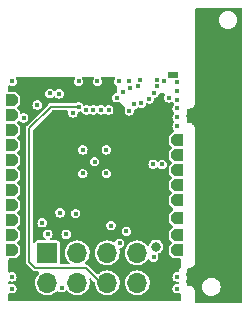
<source format=gbr>
%TF.GenerationSoftware,KiCad,Pcbnew,(5.99.0-10506-gb986797469)*%
%TF.CreationDate,2022-01-12T00:10:20+01:00*%
%TF.ProjectId,ESP31_V3,45535033-315f-4563-932e-6b696361645f,rev?*%
%TF.SameCoordinates,Original*%
%TF.FileFunction,Copper,L3,Inr*%
%TF.FilePolarity,Positive*%
%FSLAX46Y46*%
G04 Gerber Fmt 4.6, Leading zero omitted, Abs format (unit mm)*
G04 Created by KiCad (PCBNEW (5.99.0-10506-gb986797469)) date 2022-01-12 00:10:20*
%MOMM*%
%LPD*%
G01*
G04 APERTURE LIST*
G04 Aperture macros list*
%AMOutline5P*
0 Free polygon, 5 corners , with rotation*
0 The origin of the aperture is its center*
0 number of corners: always 8*
0 $1 to $10 corner X, Y*
0 $11 Rotation angle, in degrees counterclockwise*
0 create outline with 8 corners*
4,1,5,$1,$2,$3,$4,$5,$6,$7,$8,$9,$10,$1,$2,$11*%
%AMOutline6P*
0 Free polygon, 6 corners , with rotation*
0 The origin of the aperture is its center*
0 number of corners: always 6*
0 $1 to $12 corner X, Y*
0 $13 Rotation angle, in degrees counterclockwise*
0 create outline with 6 corners*
4,1,6,$1,$2,$3,$4,$5,$6,$7,$8,$9,$10,$11,$12,$1,$2,$13*%
%AMOutline7P*
0 Free polygon, 7 corners , with rotation*
0 The origin of the aperture is its center*
0 number of corners: always 7*
0 $1 to $14 corner X, Y*
0 $15 Rotation angle, in degrees counterclockwise*
0 create outline with 7 corners*
4,1,7,$1,$2,$3,$4,$5,$6,$7,$8,$9,$10,$11,$12,$13,$14,$1,$2,$15*%
%AMOutline8P*
0 Free polygon, 8 corners , with rotation*
0 The origin of the aperture is its center*
0 number of corners: always 8*
0 $1 to $16 corner X, Y*
0 $17 Rotation angle, in degrees counterclockwise*
0 create outline with 8 corners*
4,1,8,$1,$2,$3,$4,$5,$6,$7,$8,$9,$10,$11,$12,$13,$14,$15,$16,$1,$2,$17*%
G04 Aperture macros list end*
%TA.AperFunction,ComponentPad*%
%ADD10Outline6P,0.250000X-0.500000X-0.500000X-0.500000X-0.500000X0.500000X0.250000X0.500000X0.500000X0.250000X0.500000X-0.250000X180.000000*%
%TD*%
%TA.AperFunction,ComponentPad*%
%ADD11Outline6P,0.250000X-0.500000X-0.500000X-0.500000X-0.500000X0.500000X0.250000X0.500000X0.500000X0.250000X0.500000X-0.250000X0.000000*%
%TD*%
%TA.AperFunction,ComponentPad*%
%ADD12R,0.900000X0.500000*%
%TD*%
%TA.AperFunction,ComponentPad*%
%ADD13R,1.700000X1.700000*%
%TD*%
%TA.AperFunction,ComponentPad*%
%ADD14O,1.700000X1.700000*%
%TD*%
%TA.AperFunction,ViaPad*%
%ADD15C,0.400000*%
%TD*%
%TA.AperFunction,ViaPad*%
%ADD16C,0.800000*%
%TD*%
%TA.AperFunction,Conductor*%
%ADD17C,0.200000*%
%TD*%
G04 APERTURE END LIST*
D10*
%TO.N,/IO5*%
%TO.C,J5*%
X118500000Y-107780000D03*
%TD*%
%TO.N,/IO21*%
%TO.C,J10*%
X118500000Y-101180000D03*
%TD*%
%TO.N,/IO10*%
%TO.C,J7*%
X118500000Y-109230000D03*
%TD*%
D11*
%TO.N,/IO34*%
%TO.C,J18*%
X104500000Y-102870000D03*
%TD*%
D10*
%TO.N,/IO19*%
%TO.C,J9*%
X118500000Y-103720000D03*
%TD*%
%TO.N,/IO9*%
%TO.C,J6*%
X118500000Y-110500000D03*
%TD*%
%TO.N,/IO23*%
%TO.C,J12*%
X118500000Y-104990000D03*
%TD*%
D11*
%TO.N,/IO35*%
%TO.C,J19*%
X104500000Y-100330000D03*
%TD*%
%TO.N,/IO25*%
%TO.C,J13*%
X104500000Y-107950000D03*
%TD*%
%TO.N,/IO27*%
%TO.C,J15*%
X104500000Y-110490000D03*
%TD*%
%TO.N,/IO33*%
%TO.C,J17*%
X104500000Y-106680000D03*
%TD*%
%TO.N,/IO26*%
%TO.C,J14*%
X104500000Y-109220000D03*
%TD*%
D10*
%TO.N,/IO18*%
%TO.C,J8*%
X118500000Y-106260000D03*
%TD*%
D12*
%TO.N,GND*%
%TO.C,AE1*%
X118150000Y-95625000D03*
%TD*%
D11*
%TO.N,/CAPN*%
%TO.C,J3*%
X104500000Y-105410000D03*
%TD*%
%TO.N,/SENS_VN*%
%TO.C,J4*%
X104500000Y-104140000D03*
%TD*%
D10*
%TO.N,/IO22*%
%TO.C,J11*%
X118500000Y-102450000D03*
%TD*%
D11*
%TO.N,/SENS_VP*%
%TO.C,J1*%
X104500000Y-97790000D03*
%TD*%
%TO.N,/IO32*%
%TO.C,J16*%
X104500000Y-101600000D03*
%TD*%
%TO.N,/CAPP*%
%TO.C,J2*%
X104500000Y-99060000D03*
%TD*%
D13*
%TO.N,GND*%
%TO.C,J20*%
X107500000Y-110725000D03*
D14*
%TO.N,/IO1*%
X107500000Y-113265000D03*
%TO.N,/IO2*%
X110040000Y-110725000D03*
%TO.N,/IO4*%
X110040000Y-113265000D03*
%TO.N,/IO0*%
X112580000Y-110725000D03*
%TO.N,/EN*%
X112580000Y-113265000D03*
%TO.N,/IO3*%
X115120000Y-110725000D03*
%TO.N,VIN*%
X115120000Y-113265000D03*
%TD*%
D15*
%TO.N,GND*%
X117350000Y-96150000D03*
X112889765Y-108410228D03*
X116130000Y-97680000D03*
X105500000Y-99300000D03*
X109100000Y-109150000D03*
X113900000Y-97100000D03*
X104550000Y-96200000D03*
X113550000Y-96200000D03*
X114850000Y-98150000D03*
X108580000Y-107330000D03*
X118500000Y-98500000D03*
X116530000Y-97200000D03*
X116750000Y-96050000D03*
X111500000Y-103000000D03*
X106650000Y-98200000D03*
X114200000Y-108900000D03*
X108508800Y-97256600D03*
X116500000Y-111100000D03*
X104500000Y-113750000D03*
X110500000Y-102000000D03*
X108740000Y-113670000D03*
X118500000Y-97750000D03*
X118500000Y-100000000D03*
X115350000Y-96050000D03*
X116750000Y-96600000D03*
X115150000Y-96600000D03*
X109900000Y-107400000D03*
X112500000Y-102000000D03*
X112500000Y-104000000D03*
X118500000Y-96250000D03*
X111750000Y-96200000D03*
X118500000Y-99250000D03*
X114503200Y-96800000D03*
X114400000Y-96200000D03*
X113374500Y-97587566D03*
X110150000Y-96200000D03*
X118500000Y-112750000D03*
X104500000Y-112750000D03*
X113621581Y-109899011D03*
X118500000Y-97000000D03*
X110500000Y-104000000D03*
X118500000Y-113750000D03*
X115450000Y-98050000D03*
X114450000Y-98700000D03*
%TO.N,/EN*%
X107725000Y-97227600D03*
X110162095Y-98373291D03*
%TO.N,+3V3*%
X110124000Y-97775000D03*
X114750000Y-99500000D03*
X113400000Y-108900000D03*
X116396800Y-101896800D03*
X115750000Y-101250000D03*
X107100000Y-104400000D03*
X117495701Y-105195701D03*
%TO.N,/IO1*%
X116464297Y-103214297D03*
%TO.N,/IO2*%
X107069740Y-108169740D03*
X117800000Y-97600000D03*
%TO.N,/IO4*%
X107542579Y-109142578D03*
%TO.N,/IO3*%
X117211935Y-103241894D03*
D16*
%TO.N,Net-(C1-Pad2)*%
X116700000Y-110200000D03*
D15*
%TO.N,/SENS_VN*%
X110808929Y-98625870D03*
%TO.N,/SENS_VP*%
X112700500Y-98625000D03*
%TO.N,/CAPP*%
X112057502Y-98617052D03*
%TO.N,/CAPN*%
X111408098Y-98605879D03*
%TO.N,/IO34*%
X109668798Y-98858724D03*
%TD*%
D17*
%TO.N,/EN*%
X110750000Y-112000000D02*
X106495880Y-112000000D01*
X105960000Y-100190000D02*
X105960000Y-111440000D01*
X112015000Y-113265000D02*
X110750000Y-112000000D01*
X112540000Y-113265000D02*
X112015000Y-113265000D01*
X110148017Y-98359213D02*
X107790787Y-98359213D01*
X107790787Y-98359213D02*
X105960000Y-100190000D01*
X106495880Y-112000000D02*
X105960000Y-111464120D01*
X110162095Y-98373291D02*
X110148017Y-98359213D01*
X105960000Y-111464120D02*
X105960000Y-111440000D01*
%TD*%
%TA.AperFunction,NonConductor*%
G36*
X123959191Y-90018907D02*
G01*
X123995155Y-90068407D01*
X124000000Y-90099000D01*
X124000000Y-114901000D01*
X123981093Y-114959191D01*
X123931593Y-114995155D01*
X123901000Y-115000000D01*
X120099000Y-115000000D01*
X120040809Y-114981093D01*
X120004845Y-114931593D01*
X120000000Y-114901000D01*
X120000000Y-114025613D01*
X120001957Y-114009265D01*
X120005286Y-114007741D01*
X120002667Y-113936096D01*
X120004416Y-113934687D01*
X120002359Y-113927681D01*
X120002092Y-113920381D01*
X119999985Y-113919597D01*
X119964095Y-113797364D01*
X119965583Y-113795221D01*
X119961685Y-113789156D01*
X119959654Y-113782238D01*
X119957060Y-113781959D01*
X119888207Y-113674820D01*
X119889031Y-113672346D01*
X119883583Y-113667626D01*
X119879684Y-113661558D01*
X119877116Y-113662021D01*
X119850844Y-113639256D01*
X119799243Y-113594544D01*
X120618519Y-113594544D01*
X120636731Y-113767816D01*
X120692878Y-113932747D01*
X120784170Y-114081139D01*
X120906069Y-114205619D01*
X120910723Y-114208618D01*
X120910725Y-114208620D01*
X121047866Y-114297001D01*
X121052518Y-114299999D01*
X121216236Y-114359588D01*
X121350111Y-114376500D01*
X121444575Y-114376500D01*
X121468451Y-114373822D01*
X121567643Y-114362696D01*
X121567647Y-114362695D01*
X121573140Y-114362079D01*
X121737675Y-114304782D01*
X121885427Y-114212456D01*
X122009053Y-114089691D01*
X122102408Y-113942587D01*
X122160852Y-113778456D01*
X122181481Y-113605456D01*
X122163269Y-113432184D01*
X122107122Y-113267253D01*
X122015830Y-113118861D01*
X121893931Y-112994381D01*
X121889277Y-112991382D01*
X121889275Y-112991380D01*
X121752134Y-112902999D01*
X121747482Y-112900001D01*
X121583764Y-112840412D01*
X121449889Y-112823500D01*
X121355425Y-112823500D01*
X121331549Y-112826178D01*
X121232357Y-112837304D01*
X121232353Y-112837305D01*
X121226860Y-112837921D01*
X121062325Y-112895218D01*
X120914573Y-112987544D01*
X120871554Y-113030263D01*
X120800233Y-113101088D01*
X120790947Y-113110309D01*
X120697592Y-113257413D01*
X120639148Y-113421544D01*
X120638493Y-113427037D01*
X120621068Y-113573171D01*
X120618519Y-113594544D01*
X119799243Y-113594544D01*
X119789322Y-113585948D01*
X119789321Y-113585947D01*
X119780868Y-113578623D01*
X119780962Y-113576016D01*
X119774403Y-113573021D01*
X119768954Y-113568299D01*
X119766621Y-113569467D01*
X119664221Y-113522702D01*
X119660939Y-113521203D01*
X119660937Y-113521203D01*
X119650776Y-113516562D01*
X119650131Y-113514034D01*
X119642994Y-113513008D01*
X119636436Y-113510013D01*
X119634527Y-113511790D01*
X119508468Y-113493666D01*
X119507137Y-113491422D01*
X119500000Y-113492448D01*
X119492863Y-113491422D01*
X119491532Y-113493666D01*
X119465499Y-113497409D01*
X119405210Y-113486976D01*
X119362568Y-113443098D01*
X119352779Y-113390876D01*
X119353698Y-113380263D01*
X119353698Y-113380261D01*
X119354404Y-113372108D01*
X119326262Y-113258814D01*
X119262939Y-113160744D01*
X119262502Y-113160399D01*
X119238992Y-113108326D01*
X119251401Y-113048413D01*
X119264697Y-113030263D01*
X119291574Y-113001188D01*
X119297130Y-112995178D01*
X119300438Y-112987695D01*
X119300440Y-112987692D01*
X119341023Y-112895893D01*
X119341024Y-112895890D01*
X119344331Y-112888409D01*
X119349573Y-112827892D01*
X119353698Y-112780261D01*
X119353698Y-112780260D01*
X119354404Y-112772108D01*
X119326262Y-112658814D01*
X119262939Y-112560744D01*
X119262502Y-112560399D01*
X119238992Y-112508326D01*
X119251401Y-112448413D01*
X119264697Y-112430263D01*
X119291574Y-112401188D01*
X119297130Y-112395178D01*
X119300438Y-112387695D01*
X119300440Y-112387692D01*
X119341023Y-112295893D01*
X119341024Y-112295890D01*
X119344331Y-112288409D01*
X119349573Y-112227892D01*
X119353698Y-112180261D01*
X119353698Y-112180260D01*
X119354404Y-112172108D01*
X119342093Y-112122546D01*
X119346414Y-112061513D01*
X119385785Y-112014677D01*
X119445166Y-111999927D01*
X119452262Y-112000688D01*
X119491532Y-112006334D01*
X119492863Y-112008578D01*
X119500000Y-112007552D01*
X119507137Y-112008578D01*
X119508468Y-112006334D01*
X119634527Y-111988210D01*
X119636436Y-111989987D01*
X119642994Y-111986992D01*
X119650131Y-111985966D01*
X119650776Y-111983438D01*
X119700469Y-111960744D01*
X119756455Y-111935176D01*
X119756456Y-111935175D01*
X119766621Y-111930533D01*
X119768954Y-111931701D01*
X119774403Y-111926979D01*
X119780962Y-111923984D01*
X119780868Y-111921377D01*
X119785894Y-111917022D01*
X119785896Y-111917021D01*
X119847470Y-111863667D01*
X119877116Y-111837979D01*
X119879684Y-111838442D01*
X119883583Y-111832374D01*
X119889031Y-111827654D01*
X119888207Y-111825180D01*
X119957060Y-111718041D01*
X119959654Y-111717762D01*
X119961685Y-111710844D01*
X119965583Y-111704779D01*
X119964095Y-111702636D01*
X119999985Y-111580403D01*
X120002092Y-111579619D01*
X120002359Y-111572319D01*
X120004416Y-111565313D01*
X120002667Y-111563904D01*
X120005286Y-111492259D01*
X120001833Y-111490678D01*
X120000000Y-111477559D01*
X120000000Y-100225613D01*
X120001957Y-100209265D01*
X120005286Y-100207741D01*
X120002667Y-100136096D01*
X120004416Y-100134687D01*
X120002359Y-100127681D01*
X120002092Y-100120381D01*
X119999985Y-100119597D01*
X119964095Y-99997364D01*
X119965583Y-99995221D01*
X119961685Y-99989156D01*
X119959654Y-99982238D01*
X119957060Y-99981959D01*
X119888207Y-99874820D01*
X119889031Y-99872346D01*
X119883583Y-99867626D01*
X119879684Y-99861558D01*
X119877116Y-99862021D01*
X119780868Y-99778623D01*
X119780962Y-99776016D01*
X119774403Y-99773021D01*
X119768954Y-99768299D01*
X119766621Y-99769467D01*
X119760571Y-99766704D01*
X119660939Y-99721203D01*
X119660937Y-99721203D01*
X119650776Y-99716562D01*
X119650131Y-99714034D01*
X119642994Y-99713008D01*
X119636436Y-99710013D01*
X119634527Y-99711790D01*
X119508468Y-99693666D01*
X119507137Y-99691422D01*
X119500000Y-99692448D01*
X119492863Y-99691422D01*
X119491532Y-99693666D01*
X119414335Y-99704765D01*
X119354046Y-99694332D01*
X119311403Y-99650454D01*
X119302696Y-99589891D01*
X119309700Y-99566744D01*
X119341023Y-99495893D01*
X119341024Y-99495890D01*
X119344331Y-99488409D01*
X119349573Y-99427892D01*
X119353698Y-99380261D01*
X119353698Y-99380260D01*
X119354404Y-99372108D01*
X119326262Y-99258814D01*
X119262939Y-99160744D01*
X119262502Y-99160399D01*
X119238992Y-99108326D01*
X119251401Y-99048413D01*
X119264697Y-99030263D01*
X119291574Y-99001188D01*
X119297130Y-98995178D01*
X119300438Y-98987695D01*
X119300440Y-98987692D01*
X119341023Y-98895893D01*
X119341024Y-98895890D01*
X119344331Y-98888409D01*
X119349573Y-98827892D01*
X119353698Y-98780261D01*
X119353698Y-98780260D01*
X119354404Y-98772108D01*
X119326262Y-98658814D01*
X119318742Y-98647167D01*
X119303062Y-98588026D01*
X119325138Y-98530963D01*
X119376540Y-98497773D01*
X119416000Y-98495475D01*
X119466975Y-98502803D01*
X119491532Y-98506334D01*
X119492863Y-98508578D01*
X119500000Y-98507552D01*
X119507137Y-98508578D01*
X119508468Y-98506334D01*
X119634527Y-98488210D01*
X119636436Y-98489987D01*
X119642994Y-98486992D01*
X119650131Y-98485966D01*
X119650776Y-98483438D01*
X119664221Y-98477298D01*
X119756455Y-98435176D01*
X119756456Y-98435175D01*
X119766621Y-98430533D01*
X119768954Y-98431701D01*
X119774403Y-98426979D01*
X119780962Y-98423984D01*
X119780868Y-98421377D01*
X119785894Y-98417022D01*
X119785896Y-98417021D01*
X119834054Y-98375291D01*
X119877116Y-98337979D01*
X119879684Y-98338442D01*
X119883583Y-98332374D01*
X119889031Y-98327654D01*
X119888207Y-98325180D01*
X119957060Y-98218041D01*
X119959654Y-98217762D01*
X119961685Y-98210844D01*
X119965583Y-98204779D01*
X119964095Y-98202636D01*
X119999985Y-98080403D01*
X120002092Y-98079619D01*
X120002359Y-98072319D01*
X120004416Y-98065313D01*
X120002667Y-98063904D01*
X120005286Y-97992259D01*
X120001833Y-97990678D01*
X120000000Y-97977559D01*
X120000000Y-90994544D01*
X122018519Y-90994544D01*
X122036731Y-91167816D01*
X122092878Y-91332747D01*
X122184170Y-91481139D01*
X122306069Y-91605619D01*
X122310723Y-91608618D01*
X122310725Y-91608620D01*
X122447866Y-91697001D01*
X122452518Y-91699999D01*
X122616236Y-91759588D01*
X122750111Y-91776500D01*
X122844575Y-91776500D01*
X122868451Y-91773822D01*
X122967643Y-91762696D01*
X122967647Y-91762695D01*
X122973140Y-91762079D01*
X123137675Y-91704782D01*
X123285427Y-91612456D01*
X123409053Y-91489691D01*
X123502408Y-91342587D01*
X123560852Y-91178456D01*
X123581481Y-91005456D01*
X123563269Y-90832184D01*
X123507122Y-90667253D01*
X123415830Y-90518861D01*
X123293931Y-90394381D01*
X123289277Y-90391382D01*
X123289275Y-90391380D01*
X123152134Y-90302999D01*
X123147482Y-90300001D01*
X122983764Y-90240412D01*
X122849889Y-90223500D01*
X122755425Y-90223500D01*
X122731549Y-90226178D01*
X122632357Y-90237304D01*
X122632353Y-90237305D01*
X122626860Y-90237921D01*
X122462325Y-90295218D01*
X122314573Y-90387544D01*
X122190947Y-90510309D01*
X122097592Y-90657413D01*
X122039148Y-90821544D01*
X122018519Y-90994544D01*
X120000000Y-90994544D01*
X120000000Y-90099000D01*
X120018907Y-90040809D01*
X120068407Y-90004845D01*
X120099000Y-90000000D01*
X123901000Y-90000000D01*
X123959191Y-90018907D01*
G37*
%TD.AperFunction*%
%TA.AperFunction,Conductor*%
%TO.N,+3V3*%
G36*
X109804790Y-95818907D02*
G01*
X109840754Y-95868407D01*
X109840754Y-95929593D01*
X109826989Y-95956608D01*
X109821944Y-95961653D01*
X109764347Y-96074694D01*
X109744500Y-96200000D01*
X109764347Y-96325306D01*
X109821944Y-96438347D01*
X109911653Y-96528056D01*
X109918590Y-96531591D01*
X109918592Y-96531592D01*
X109985944Y-96565909D01*
X110024694Y-96585653D01*
X110032388Y-96586872D01*
X110032389Y-96586872D01*
X110142304Y-96604281D01*
X110150000Y-96605500D01*
X110157696Y-96604281D01*
X110267611Y-96586872D01*
X110267612Y-96586872D01*
X110275306Y-96585653D01*
X110314056Y-96565909D01*
X110381408Y-96531592D01*
X110381410Y-96531591D01*
X110388347Y-96528056D01*
X110478056Y-96438347D01*
X110535653Y-96325306D01*
X110555500Y-96200000D01*
X110535653Y-96074694D01*
X110478056Y-95961653D01*
X110473170Y-95956767D01*
X110454401Y-95898998D01*
X110473310Y-95840807D01*
X110522810Y-95804845D01*
X110553401Y-95800000D01*
X111346599Y-95800000D01*
X111404790Y-95818907D01*
X111440754Y-95868407D01*
X111440754Y-95929593D01*
X111426989Y-95956608D01*
X111421944Y-95961653D01*
X111364347Y-96074694D01*
X111344500Y-96200000D01*
X111364347Y-96325306D01*
X111421944Y-96438347D01*
X111511653Y-96528056D01*
X111518590Y-96531591D01*
X111518592Y-96531592D01*
X111585944Y-96565909D01*
X111624694Y-96585653D01*
X111632388Y-96586872D01*
X111632389Y-96586872D01*
X111742304Y-96604281D01*
X111750000Y-96605500D01*
X111757696Y-96604281D01*
X111867611Y-96586872D01*
X111867612Y-96586872D01*
X111875306Y-96585653D01*
X111914056Y-96565909D01*
X111981408Y-96531592D01*
X111981410Y-96531591D01*
X111988347Y-96528056D01*
X112078056Y-96438347D01*
X112135653Y-96325306D01*
X112155500Y-96200000D01*
X112135653Y-96074694D01*
X112078056Y-95961653D01*
X112073170Y-95956767D01*
X112054401Y-95898998D01*
X112073310Y-95840807D01*
X112122810Y-95804845D01*
X112153401Y-95800000D01*
X113146599Y-95800000D01*
X113204790Y-95818907D01*
X113240754Y-95868407D01*
X113240754Y-95929593D01*
X113226989Y-95956608D01*
X113221944Y-95961653D01*
X113164347Y-96074694D01*
X113144500Y-96200000D01*
X113164347Y-96325306D01*
X113221944Y-96438347D01*
X113311653Y-96528056D01*
X113318592Y-96531592D01*
X113318594Y-96531593D01*
X113385944Y-96565909D01*
X113429209Y-96609173D01*
X113440000Y-96654119D01*
X113440000Y-97087138D01*
X113421093Y-97145329D01*
X113371593Y-97181293D01*
X113356487Y-97184919D01*
X113256889Y-97200694D01*
X113256888Y-97200694D01*
X113249194Y-97201913D01*
X113242254Y-97205449D01*
X113143092Y-97255974D01*
X113143090Y-97255975D01*
X113136153Y-97259510D01*
X113046444Y-97349219D01*
X113042909Y-97356156D01*
X113042908Y-97356158D01*
X113033710Y-97374211D01*
X112988847Y-97462260D01*
X112987628Y-97469954D01*
X112987628Y-97469955D01*
X112983670Y-97494947D01*
X112969000Y-97587566D01*
X112988847Y-97712872D01*
X112992383Y-97719812D01*
X113042353Y-97817883D01*
X113046444Y-97825913D01*
X113136153Y-97915622D01*
X113143090Y-97919157D01*
X113143092Y-97919158D01*
X113223411Y-97960082D01*
X113249194Y-97973219D01*
X113256888Y-97974438D01*
X113256889Y-97974438D01*
X113366804Y-97991847D01*
X113374500Y-97993066D01*
X113382196Y-97991847D01*
X113492111Y-97974438D01*
X113492112Y-97974438D01*
X113499806Y-97973219D01*
X113506744Y-97969684D01*
X113506753Y-97969681D01*
X113525592Y-97960082D01*
X113586024Y-97950511D01*
X113640142Y-97977894D01*
X113757879Y-98094308D01*
X114072991Y-98405879D01*
X114101075Y-98460237D01*
X114091593Y-98521220D01*
X114064347Y-98574694D01*
X114063128Y-98582388D01*
X114063128Y-98582389D01*
X114056269Y-98625695D01*
X114044500Y-98700000D01*
X114045719Y-98707696D01*
X114058849Y-98790591D01*
X114064347Y-98825306D01*
X114067883Y-98832246D01*
X114116889Y-98928425D01*
X114121944Y-98938347D01*
X114211653Y-99028056D01*
X114218590Y-99031591D01*
X114218592Y-99031592D01*
X114317754Y-99082117D01*
X114324694Y-99085653D01*
X114332388Y-99086872D01*
X114332389Y-99086872D01*
X114442304Y-99104281D01*
X114450000Y-99105500D01*
X114457696Y-99104281D01*
X114567611Y-99086872D01*
X114567612Y-99086872D01*
X114575306Y-99085653D01*
X114582246Y-99082117D01*
X114681408Y-99031592D01*
X114681410Y-99031591D01*
X114688347Y-99028056D01*
X114778056Y-98938347D01*
X114783112Y-98928425D01*
X114832117Y-98832246D01*
X114835653Y-98825306D01*
X114841152Y-98790591D01*
X114854281Y-98707696D01*
X114855500Y-98700000D01*
X114853094Y-98684808D01*
X114848526Y-98655967D01*
X114858097Y-98595535D01*
X114901362Y-98552270D01*
X114930820Y-98542699D01*
X114967611Y-98536872D01*
X114967612Y-98536872D01*
X114975306Y-98535653D01*
X114990216Y-98528056D01*
X115081408Y-98481592D01*
X115081410Y-98481591D01*
X115088347Y-98478056D01*
X115145353Y-98421050D01*
X115199870Y-98393273D01*
X115260302Y-98402844D01*
X115317753Y-98432117D01*
X115317756Y-98432118D01*
X115324694Y-98435653D01*
X115332388Y-98436872D01*
X115332389Y-98436872D01*
X115442304Y-98454281D01*
X115450000Y-98455500D01*
X115457696Y-98454281D01*
X115567611Y-98436872D01*
X115567612Y-98436872D01*
X115575306Y-98435653D01*
X115582246Y-98432117D01*
X115681408Y-98381592D01*
X115681410Y-98381591D01*
X115688347Y-98378056D01*
X115778056Y-98288347D01*
X115783419Y-98277823D01*
X115832117Y-98182246D01*
X115835653Y-98175306D01*
X115843031Y-98128726D01*
X115870809Y-98074210D01*
X115925326Y-98046433D01*
X115985757Y-98056005D01*
X115997748Y-98062115D01*
X115997754Y-98062117D01*
X116004694Y-98065653D01*
X116012388Y-98066872D01*
X116012389Y-98066872D01*
X116088924Y-98078994D01*
X116110359Y-98082389D01*
X116122304Y-98084281D01*
X116130000Y-98085500D01*
X116137696Y-98084281D01*
X116149642Y-98082389D01*
X116171076Y-98078994D01*
X116247611Y-98066872D01*
X116247612Y-98066872D01*
X116255306Y-98065653D01*
X116272308Y-98056990D01*
X116361408Y-98011592D01*
X116361410Y-98011591D01*
X116368347Y-98008056D01*
X116458056Y-97918347D01*
X116479987Y-97875306D01*
X116512117Y-97812246D01*
X116515653Y-97805306D01*
X116517172Y-97795719D01*
X116535500Y-97680000D01*
X116537238Y-97680275D01*
X116553188Y-97631184D01*
X116602688Y-97595220D01*
X116617791Y-97591595D01*
X116639276Y-97588192D01*
X116647611Y-97586872D01*
X116647612Y-97586872D01*
X116655306Y-97585653D01*
X116724985Y-97550150D01*
X116761408Y-97531592D01*
X116761410Y-97531591D01*
X116768347Y-97528056D01*
X116858056Y-97438347D01*
X116890871Y-97373945D01*
X116912117Y-97332246D01*
X116915653Y-97325306D01*
X116917521Y-97313512D01*
X116945299Y-97258995D01*
X116999816Y-97231219D01*
X117015302Y-97230000D01*
X117377471Y-97230000D01*
X117435662Y-97248907D01*
X117471626Y-97298407D01*
X117471626Y-97359593D01*
X117465681Y-97373945D01*
X117418227Y-97467080D01*
X117414347Y-97474694D01*
X117413128Y-97482388D01*
X117413128Y-97482389D01*
X117398824Y-97572702D01*
X117394500Y-97600000D01*
X117395719Y-97607696D01*
X117412378Y-97712872D01*
X117414347Y-97725306D01*
X117417883Y-97732246D01*
X117465609Y-97825913D01*
X117471944Y-97838347D01*
X117561653Y-97928056D01*
X117568590Y-97931591D01*
X117568592Y-97931592D01*
X117667754Y-97982117D01*
X117674694Y-97985653D01*
X117682388Y-97986872D01*
X117682389Y-97986872D01*
X117792304Y-98004281D01*
X117800000Y-98005500D01*
X117807696Y-98004281D01*
X117917611Y-97986872D01*
X117917612Y-97986872D01*
X117925306Y-97985653D01*
X117933636Y-97981409D01*
X117975492Y-97960082D01*
X118031812Y-97931386D01*
X118092243Y-97921815D01*
X118146760Y-97949592D01*
X118164966Y-97974651D01*
X118171944Y-97988347D01*
X118238593Y-98054996D01*
X118266370Y-98109513D01*
X118256799Y-98169945D01*
X118238593Y-98195004D01*
X118171944Y-98261653D01*
X118168409Y-98268590D01*
X118168408Y-98268592D01*
X118122204Y-98359273D01*
X118114347Y-98374694D01*
X118113128Y-98382388D01*
X118113128Y-98382389D01*
X118103745Y-98441631D01*
X118094500Y-98500000D01*
X118095719Y-98507696D01*
X118113080Y-98617304D01*
X118114347Y-98625306D01*
X118117883Y-98632246D01*
X118162292Y-98719403D01*
X118171944Y-98738347D01*
X118238593Y-98804996D01*
X118266370Y-98859513D01*
X118256799Y-98919945D01*
X118238593Y-98945004D01*
X118171944Y-99011653D01*
X118168409Y-99018590D01*
X118168408Y-99018592D01*
X118125616Y-99102577D01*
X118114347Y-99124694D01*
X118113128Y-99132388D01*
X118113128Y-99132389D01*
X118105385Y-99181274D01*
X118094500Y-99250000D01*
X118114347Y-99375306D01*
X118117883Y-99382246D01*
X118158016Y-99461011D01*
X118171944Y-99488347D01*
X118238593Y-99554996D01*
X118266370Y-99609513D01*
X118256799Y-99669945D01*
X118238593Y-99695004D01*
X118171944Y-99761653D01*
X118168409Y-99768590D01*
X118168408Y-99768592D01*
X118151208Y-99802350D01*
X118114347Y-99874694D01*
X118094500Y-100000000D01*
X118095719Y-100007696D01*
X118106742Y-100077288D01*
X118114347Y-100125306D01*
X118117883Y-100132246D01*
X118167481Y-100229587D01*
X118171944Y-100238347D01*
X118244093Y-100310496D01*
X118271870Y-100365013D01*
X118262299Y-100425445D01*
X118219034Y-100468710D01*
X118197305Y-100473926D01*
X118197542Y-100474655D01*
X118182630Y-100479500D01*
X118166950Y-100479500D01*
X117799500Y-100846950D01*
X117799500Y-101513050D01*
X118031446Y-101744996D01*
X118059223Y-101799513D01*
X118049652Y-101859945D01*
X118031446Y-101885004D01*
X117799500Y-102116950D01*
X117799500Y-102783050D01*
X118031446Y-103014996D01*
X118059223Y-103069513D01*
X118049652Y-103129945D01*
X118031446Y-103155004D01*
X117799500Y-103386950D01*
X117799500Y-104053050D01*
X118031446Y-104284996D01*
X118059223Y-104339513D01*
X118049652Y-104399945D01*
X118031446Y-104425004D01*
X117799500Y-104656950D01*
X117799500Y-105323050D01*
X118031446Y-105554996D01*
X118059223Y-105609513D01*
X118049652Y-105669945D01*
X118031446Y-105695004D01*
X117799500Y-105926950D01*
X117799500Y-106593050D01*
X118156446Y-106949996D01*
X118184223Y-107004513D01*
X118174652Y-107064945D01*
X118156446Y-107090004D01*
X117799500Y-107446950D01*
X117799500Y-108113050D01*
X118121446Y-108434996D01*
X118149223Y-108489513D01*
X118139652Y-108549945D01*
X118121446Y-108575004D01*
X117799500Y-108896950D01*
X117799500Y-109563050D01*
X118031446Y-109794996D01*
X118059223Y-109849513D01*
X118049652Y-109909945D01*
X118031446Y-109935004D01*
X117799500Y-110166950D01*
X117799500Y-110833050D01*
X118166950Y-111200500D01*
X118701000Y-111200500D01*
X118759191Y-111219407D01*
X118795155Y-111268907D01*
X118800000Y-111299500D01*
X118800000Y-111446418D01*
X118798228Y-111465063D01*
X118794329Y-111485395D01*
X118796007Y-111531282D01*
X118796157Y-111535375D01*
X118793067Y-111535488D01*
X118793232Y-111537213D01*
X118795457Y-111537080D01*
X118795457Y-111537082D01*
X118797360Y-111569002D01*
X118797466Y-111571202D01*
X118798553Y-111600909D01*
X118799467Y-111604335D01*
X118799689Y-111608052D01*
X118801265Y-111613421D01*
X118801266Y-111613424D01*
X118807806Y-111635697D01*
X118808467Y-111638057D01*
X118816842Y-111669434D01*
X118813845Y-111670234D01*
X118814175Y-111672146D01*
X118818164Y-111670974D01*
X118818165Y-111670975D01*
X118834816Y-111727683D01*
X118835009Y-111728619D01*
X118834443Y-111734073D01*
X118845714Y-111765419D01*
X118847537Y-111771008D01*
X118852389Y-111787533D01*
X118850824Y-111787993D01*
X118855328Y-111841728D01*
X118823625Y-111894060D01*
X118805960Y-111906232D01*
X118782112Y-111919100D01*
X118702870Y-112004822D01*
X118699562Y-112012305D01*
X118699560Y-112012308D01*
X118658977Y-112104107D01*
X118658976Y-112104110D01*
X118655669Y-112111591D01*
X118654963Y-112119739D01*
X118654963Y-112119740D01*
X118646302Y-112219739D01*
X118645596Y-112227892D01*
X118647569Y-112235835D01*
X118648211Y-112243989D01*
X118644541Y-112244278D01*
X118641398Y-112289210D01*
X118602068Y-112336080D01*
X118542700Y-112350882D01*
X118534120Y-112349904D01*
X118507697Y-112345719D01*
X118507696Y-112345719D01*
X118500000Y-112344500D01*
X118492304Y-112345719D01*
X118382389Y-112363128D01*
X118382388Y-112363128D01*
X118374694Y-112364347D01*
X118367754Y-112367883D01*
X118268592Y-112418408D01*
X118268590Y-112418409D01*
X118261653Y-112421944D01*
X118171944Y-112511653D01*
X118168409Y-112518590D01*
X118168408Y-112518592D01*
X118157038Y-112540908D01*
X118114347Y-112624694D01*
X118113128Y-112632388D01*
X118113128Y-112632389D01*
X118106709Y-112672919D01*
X118094500Y-112750000D01*
X118095719Y-112757696D01*
X118113097Y-112867412D01*
X118114347Y-112875306D01*
X118117883Y-112882246D01*
X118143542Y-112932604D01*
X118171944Y-112988347D01*
X118261653Y-113078056D01*
X118268590Y-113081591D01*
X118268592Y-113081592D01*
X118367752Y-113132116D01*
X118374694Y-113135653D01*
X118382388Y-113136872D01*
X118382389Y-113136872D01*
X118479285Y-113152219D01*
X118495417Y-113160439D01*
X118520715Y-113152219D01*
X118562064Y-113145670D01*
X118622496Y-113155241D01*
X118665761Y-113198506D01*
X118675332Y-113258938D01*
X118668098Y-113283477D01*
X118662684Y-113295724D01*
X118621861Y-113341300D01*
X118556652Y-113353473D01*
X118520715Y-113347781D01*
X118504583Y-113339561D01*
X118479285Y-113347781D01*
X118382389Y-113363128D01*
X118382388Y-113363128D01*
X118374694Y-113364347D01*
X118367754Y-113367883D01*
X118268592Y-113418408D01*
X118268590Y-113418409D01*
X118261653Y-113421944D01*
X118171944Y-113511653D01*
X118168409Y-113518590D01*
X118168408Y-113518592D01*
X118117883Y-113617754D01*
X118114347Y-113624694D01*
X118113128Y-113632388D01*
X118113128Y-113632389D01*
X118110249Y-113650564D01*
X118094500Y-113750000D01*
X118095719Y-113757696D01*
X118112416Y-113863112D01*
X118114347Y-113875306D01*
X118117883Y-113882246D01*
X118147800Y-113940961D01*
X118171944Y-113988347D01*
X118261653Y-114078056D01*
X118268590Y-114081591D01*
X118268592Y-114081592D01*
X118360822Y-114128585D01*
X118374694Y-114135653D01*
X118382388Y-114136872D01*
X118382389Y-114136872D01*
X118492304Y-114154281D01*
X118500000Y-114155500D01*
X118507696Y-114154281D01*
X118617611Y-114136872D01*
X118617612Y-114136872D01*
X118625306Y-114135653D01*
X118632244Y-114132118D01*
X118632250Y-114132116D01*
X118656056Y-114119986D01*
X118716488Y-114110415D01*
X118771004Y-114138193D01*
X118798781Y-114192710D01*
X118800000Y-114208196D01*
X118800000Y-114701000D01*
X118781093Y-114759191D01*
X118731593Y-114795155D01*
X118701000Y-114800000D01*
X104299000Y-114800000D01*
X104240809Y-114781093D01*
X104204845Y-114731593D01*
X104200000Y-114701000D01*
X104200000Y-114208196D01*
X104218907Y-114150005D01*
X104268407Y-114114041D01*
X104329593Y-114114041D01*
X104343944Y-114119986D01*
X104367750Y-114132116D01*
X104367756Y-114132118D01*
X104374694Y-114135653D01*
X104382388Y-114136872D01*
X104382389Y-114136872D01*
X104492304Y-114154281D01*
X104500000Y-114155500D01*
X104507696Y-114154281D01*
X104617611Y-114136872D01*
X104617612Y-114136872D01*
X104625306Y-114135653D01*
X104639178Y-114128585D01*
X104731408Y-114081592D01*
X104731410Y-114081591D01*
X104738347Y-114078056D01*
X104828056Y-113988347D01*
X104852201Y-113940961D01*
X104882117Y-113882246D01*
X104885653Y-113875306D01*
X104887585Y-113863112D01*
X104904281Y-113757696D01*
X104905500Y-113750000D01*
X104889751Y-113650564D01*
X104886872Y-113632389D01*
X104886872Y-113632388D01*
X104885653Y-113624694D01*
X104882117Y-113617754D01*
X104831592Y-113518592D01*
X104831591Y-113518590D01*
X104828056Y-113511653D01*
X104738347Y-113421944D01*
X104731410Y-113418409D01*
X104731408Y-113418408D01*
X104632246Y-113367883D01*
X104625306Y-113364347D01*
X104617612Y-113363128D01*
X104617611Y-113363128D01*
X104520715Y-113347781D01*
X104504583Y-113339561D01*
X104479285Y-113347781D01*
X104382389Y-113363128D01*
X104382388Y-113363128D01*
X104374694Y-113364347D01*
X104367756Y-113367882D01*
X104367750Y-113367884D01*
X104343944Y-113380014D01*
X104283512Y-113389585D01*
X104228996Y-113361807D01*
X104201219Y-113307290D01*
X104200000Y-113291804D01*
X104200000Y-113208196D01*
X104218907Y-113150005D01*
X104268407Y-113114041D01*
X104329593Y-113114041D01*
X104343944Y-113119986D01*
X104367750Y-113132116D01*
X104367756Y-113132118D01*
X104374694Y-113135653D01*
X104382388Y-113136872D01*
X104382389Y-113136872D01*
X104479285Y-113152219D01*
X104495417Y-113160439D01*
X104520715Y-113152219D01*
X104617611Y-113136872D01*
X104617612Y-113136872D01*
X104625306Y-113135653D01*
X104632248Y-113132116D01*
X104731408Y-113081592D01*
X104731410Y-113081591D01*
X104738347Y-113078056D01*
X104828056Y-112988347D01*
X104856459Y-112932604D01*
X104882117Y-112882246D01*
X104885653Y-112875306D01*
X104886904Y-112867412D01*
X104904281Y-112757696D01*
X104905500Y-112750000D01*
X104893291Y-112672919D01*
X104886872Y-112632389D01*
X104886872Y-112632388D01*
X104885653Y-112624694D01*
X104842962Y-112540908D01*
X104831592Y-112518592D01*
X104831591Y-112518590D01*
X104828056Y-112511653D01*
X104738347Y-112421944D01*
X104731410Y-112418409D01*
X104731408Y-112418408D01*
X104632246Y-112367883D01*
X104625306Y-112364347D01*
X104617612Y-112363128D01*
X104617611Y-112363128D01*
X104507696Y-112345719D01*
X104500000Y-112344500D01*
X104492304Y-112345719D01*
X104382389Y-112363128D01*
X104382388Y-112363128D01*
X104374694Y-112364347D01*
X104367756Y-112367882D01*
X104367750Y-112367884D01*
X104343944Y-112380014D01*
X104283512Y-112389585D01*
X104228996Y-112361807D01*
X104201219Y-112307290D01*
X104200000Y-112291804D01*
X104200000Y-111289500D01*
X104218907Y-111231309D01*
X104268407Y-111195345D01*
X104299000Y-111190500D01*
X104833050Y-111190500D01*
X105200500Y-110823050D01*
X105200500Y-110156950D01*
X104968554Y-109925004D01*
X104940777Y-109870487D01*
X104950348Y-109810055D01*
X104968554Y-109784996D01*
X105200500Y-109553050D01*
X105200500Y-108886950D01*
X104968554Y-108655004D01*
X104940777Y-108600487D01*
X104950348Y-108540055D01*
X104968554Y-108514996D01*
X105200500Y-108283050D01*
X105200500Y-107616950D01*
X104968554Y-107385004D01*
X104940777Y-107330487D01*
X104950348Y-107270055D01*
X104968554Y-107244996D01*
X105200500Y-107013050D01*
X105200500Y-106346950D01*
X104968554Y-106115004D01*
X104940777Y-106060487D01*
X104950348Y-106000055D01*
X104968554Y-105974996D01*
X105200500Y-105743050D01*
X105200500Y-105076950D01*
X104968554Y-104845004D01*
X104940777Y-104790487D01*
X104950348Y-104730055D01*
X104968554Y-104704996D01*
X105200500Y-104473050D01*
X105200500Y-103806950D01*
X104968554Y-103575004D01*
X104940777Y-103520487D01*
X104950348Y-103460055D01*
X104968554Y-103434996D01*
X105200500Y-103203050D01*
X105200500Y-102536950D01*
X104968554Y-102305004D01*
X104940777Y-102250487D01*
X104950348Y-102190055D01*
X104968554Y-102164996D01*
X105200500Y-101933050D01*
X105200500Y-101266950D01*
X104968554Y-101035004D01*
X104940777Y-100980487D01*
X104950348Y-100920055D01*
X104968554Y-100894996D01*
X105200500Y-100663050D01*
X105200500Y-100175077D01*
X105654864Y-100175077D01*
X105656097Y-100184134D01*
X105658596Y-100202500D01*
X105659500Y-100215850D01*
X105659500Y-111412012D01*
X105659270Y-111415144D01*
X105657777Y-111419492D01*
X105658120Y-111428628D01*
X105659430Y-111463521D01*
X105659500Y-111467235D01*
X105659500Y-111490966D01*
X105660335Y-111495450D01*
X105660582Y-111498124D01*
X105660931Y-111503509D01*
X105661974Y-111531282D01*
X105665580Y-111539677D01*
X105665581Y-111539679D01*
X105666514Y-111541850D01*
X105672877Y-111562794D01*
X105674983Y-111574099D01*
X105679780Y-111581881D01*
X105679781Y-111581884D01*
X105688948Y-111596756D01*
X105695630Y-111609619D01*
X105706134Y-111634068D01*
X105711455Y-111640546D01*
X105714958Y-111644049D01*
X105728139Y-111660724D01*
X105728887Y-111661549D01*
X105733684Y-111669331D01*
X105754055Y-111684821D01*
X105755705Y-111686076D01*
X105765785Y-111694876D01*
X106246548Y-112175639D01*
X106248600Y-112178017D01*
X106250619Y-112182147D01*
X106257319Y-112188362D01*
X106282922Y-112212112D01*
X106285598Y-112214689D01*
X106302378Y-112231469D01*
X106306135Y-112234047D01*
X106308220Y-112235779D01*
X106312274Y-112239340D01*
X106325932Y-112252010D01*
X106325935Y-112252012D01*
X106332635Y-112258227D01*
X106341126Y-112261615D01*
X106341127Y-112261615D01*
X106343319Y-112262490D01*
X106362630Y-112272802D01*
X106364569Y-112274132D01*
X106372110Y-112279305D01*
X106381004Y-112281416D01*
X106381005Y-112281416D01*
X106398000Y-112285449D01*
X106411829Y-112289823D01*
X106430051Y-112297093D01*
X106430053Y-112297093D01*
X106436541Y-112299682D01*
X106444884Y-112300500D01*
X106449834Y-112300500D01*
X106470953Y-112302971D01*
X106472063Y-112303025D01*
X106480957Y-112305136D01*
X106502355Y-112302224D01*
X106508380Y-112301404D01*
X106521730Y-112300500D01*
X106742032Y-112300500D01*
X106800223Y-112319407D01*
X106836187Y-112368907D01*
X106836187Y-112430093D01*
X106804066Y-112476654D01*
X106761505Y-112510874D01*
X106690485Y-112595513D01*
X106632202Y-112664971D01*
X106632199Y-112664975D01*
X106629093Y-112668677D01*
X106529853Y-112849194D01*
X106528389Y-112853808D01*
X106528388Y-112853811D01*
X106483964Y-112993853D01*
X106467565Y-113045549D01*
X106467025Y-113050361D01*
X106467025Y-113050362D01*
X106455849Y-113150005D01*
X106444603Y-113250263D01*
X106448548Y-113297240D01*
X106460809Y-113443257D01*
X106461840Y-113455538D01*
X106463173Y-113460186D01*
X106463173Y-113460187D01*
X106512552Y-113632389D01*
X106518621Y-113653555D01*
X106612782Y-113836773D01*
X106740737Y-113998212D01*
X106744417Y-114001344D01*
X106744419Y-114001346D01*
X106804075Y-114052117D01*
X106897612Y-114131723D01*
X106901835Y-114134083D01*
X106901839Y-114134086D01*
X106947243Y-114159461D01*
X107077432Y-114232221D01*
X107082030Y-114233715D01*
X107268742Y-114294382D01*
X107268745Y-114294383D01*
X107273347Y-114295878D01*
X107477895Y-114320269D01*
X107482717Y-114319898D01*
X107482720Y-114319898D01*
X107678458Y-114304837D01*
X107678463Y-114304836D01*
X107683286Y-114304465D01*
X107881695Y-114249068D01*
X107912089Y-114233715D01*
X108061244Y-114158371D01*
X108061246Y-114158370D01*
X108065565Y-114156188D01*
X108227893Y-114029363D01*
X108231055Y-114025700D01*
X108231060Y-114025695D01*
X108299612Y-113946276D01*
X108351947Y-113914581D01*
X108412918Y-113919701D01*
X108444558Y-113940961D01*
X108501653Y-113998056D01*
X108508590Y-114001591D01*
X108508592Y-114001592D01*
X108563161Y-114029396D01*
X108614694Y-114055653D01*
X108622388Y-114056872D01*
X108622389Y-114056872D01*
X108732304Y-114074281D01*
X108740000Y-114075500D01*
X108747696Y-114074281D01*
X108857611Y-114056872D01*
X108857612Y-114056872D01*
X108865306Y-114055653D01*
X108916839Y-114029396D01*
X108971408Y-114001592D01*
X108971410Y-114001591D01*
X108978347Y-113998056D01*
X109068056Y-113908347D01*
X109070532Y-113910823D01*
X109107860Y-113883763D01*
X109169045Y-113883828D01*
X109215938Y-113916456D01*
X109280737Y-113998212D01*
X109284417Y-114001344D01*
X109284419Y-114001346D01*
X109344075Y-114052117D01*
X109437612Y-114131723D01*
X109441835Y-114134083D01*
X109441839Y-114134086D01*
X109487243Y-114159461D01*
X109617432Y-114232221D01*
X109622030Y-114233715D01*
X109808742Y-114294382D01*
X109808745Y-114294383D01*
X109813347Y-114295878D01*
X110017895Y-114320269D01*
X110022717Y-114319898D01*
X110022720Y-114319898D01*
X110218458Y-114304837D01*
X110218463Y-114304836D01*
X110223286Y-114304465D01*
X110421695Y-114249068D01*
X110452089Y-114233715D01*
X110601244Y-114158371D01*
X110601246Y-114158370D01*
X110605565Y-114156188D01*
X110767893Y-114029363D01*
X110771055Y-114025700D01*
X110771060Y-114025695D01*
X110883297Y-113895666D01*
X110902496Y-113873424D01*
X110905799Y-113867611D01*
X111001858Y-113698517D01*
X111001859Y-113698514D01*
X111004247Y-113694311D01*
X111019355Y-113648897D01*
X111067743Y-113503435D01*
X111067743Y-113503433D01*
X111069270Y-113498844D01*
X111070133Y-113492018D01*
X111091763Y-113320792D01*
X111095088Y-113294471D01*
X111095131Y-113291440D01*
X111095461Y-113267776D01*
X111095500Y-113265000D01*
X111094906Y-113258938D01*
X111075870Y-113064796D01*
X111075869Y-113064792D01*
X111075398Y-113059986D01*
X111072493Y-113050362D01*
X111055408Y-112993776D01*
X111056690Y-112932604D01*
X111093682Y-112883868D01*
X111152256Y-112866184D01*
X111210038Y-112886306D01*
X111220187Y-112895158D01*
X111496197Y-113171168D01*
X111523974Y-113225685D01*
X111525183Y-113242556D01*
X111525143Y-113245453D01*
X111524603Y-113250263D01*
X111527459Y-113284274D01*
X111540809Y-113443257D01*
X111541840Y-113455538D01*
X111543173Y-113460186D01*
X111543173Y-113460187D01*
X111592552Y-113632389D01*
X111598621Y-113653555D01*
X111692782Y-113836773D01*
X111820737Y-113998212D01*
X111824417Y-114001344D01*
X111824419Y-114001346D01*
X111884075Y-114052117D01*
X111977612Y-114131723D01*
X111981835Y-114134083D01*
X111981839Y-114134086D01*
X112027243Y-114159461D01*
X112157432Y-114232221D01*
X112162030Y-114233715D01*
X112348742Y-114294382D01*
X112348745Y-114294383D01*
X112353347Y-114295878D01*
X112557895Y-114320269D01*
X112562717Y-114319898D01*
X112562720Y-114319898D01*
X112758458Y-114304837D01*
X112758463Y-114304836D01*
X112763286Y-114304465D01*
X112961695Y-114249068D01*
X112992089Y-114233715D01*
X113141244Y-114158371D01*
X113141246Y-114158370D01*
X113145565Y-114156188D01*
X113307893Y-114029363D01*
X113311055Y-114025700D01*
X113311060Y-114025695D01*
X113423297Y-113895666D01*
X113442496Y-113873424D01*
X113445799Y-113867611D01*
X113541858Y-113698517D01*
X113541859Y-113698514D01*
X113544247Y-113694311D01*
X113559355Y-113648897D01*
X113607743Y-113503435D01*
X113607743Y-113503433D01*
X113609270Y-113498844D01*
X113610133Y-113492018D01*
X113631763Y-113320792D01*
X113635088Y-113294471D01*
X113635131Y-113291440D01*
X113635461Y-113267776D01*
X113635500Y-113265000D01*
X113634906Y-113258938D01*
X113634055Y-113250263D01*
X114064603Y-113250263D01*
X114068548Y-113297240D01*
X114080809Y-113443257D01*
X114081840Y-113455538D01*
X114083173Y-113460186D01*
X114083173Y-113460187D01*
X114132552Y-113632389D01*
X114138621Y-113653555D01*
X114232782Y-113836773D01*
X114360737Y-113998212D01*
X114364417Y-114001344D01*
X114364419Y-114001346D01*
X114424075Y-114052117D01*
X114517612Y-114131723D01*
X114521835Y-114134083D01*
X114521839Y-114134086D01*
X114567243Y-114159461D01*
X114697432Y-114232221D01*
X114702030Y-114233715D01*
X114888742Y-114294382D01*
X114888745Y-114294383D01*
X114893347Y-114295878D01*
X115097895Y-114320269D01*
X115102717Y-114319898D01*
X115102720Y-114319898D01*
X115298458Y-114304837D01*
X115298463Y-114304836D01*
X115303286Y-114304465D01*
X115501695Y-114249068D01*
X115532089Y-114233715D01*
X115681244Y-114158371D01*
X115681246Y-114158370D01*
X115685565Y-114156188D01*
X115847893Y-114029363D01*
X115851055Y-114025700D01*
X115851060Y-114025695D01*
X115963297Y-113895666D01*
X115982496Y-113873424D01*
X115985799Y-113867611D01*
X116081858Y-113698517D01*
X116081859Y-113698514D01*
X116084247Y-113694311D01*
X116099355Y-113648897D01*
X116147743Y-113503435D01*
X116147743Y-113503433D01*
X116149270Y-113498844D01*
X116150133Y-113492018D01*
X116171763Y-113320792D01*
X116175088Y-113294471D01*
X116175131Y-113291440D01*
X116175461Y-113267776D01*
X116175500Y-113265000D01*
X116174906Y-113258938D01*
X116155870Y-113064796D01*
X116155869Y-113064792D01*
X116155398Y-113059986D01*
X116152493Y-113050362D01*
X116105633Y-112895158D01*
X116095858Y-112862780D01*
X115999148Y-112680895D01*
X115868952Y-112521259D01*
X115841939Y-112498912D01*
X115713955Y-112393034D01*
X115713953Y-112393033D01*
X115710228Y-112389951D01*
X115544425Y-112300301D01*
X115533277Y-112294273D01*
X115533276Y-112294272D01*
X115529023Y-112291973D01*
X115430952Y-112261615D01*
X115336859Y-112232488D01*
X115336855Y-112232487D01*
X115332238Y-112231058D01*
X115327431Y-112230553D01*
X115327427Y-112230552D01*
X115132185Y-112210032D01*
X115132183Y-112210032D01*
X115127369Y-112209526D01*
X115070637Y-112214689D01*
X114927039Y-112227757D01*
X114927036Y-112227758D01*
X114922219Y-112228196D01*
X114917577Y-112229562D01*
X114917573Y-112229563D01*
X114729250Y-112284989D01*
X114729247Y-112284990D01*
X114724603Y-112286357D01*
X114720309Y-112288602D01*
X114546344Y-112379548D01*
X114546340Y-112379551D01*
X114542047Y-112381795D01*
X114538271Y-112384831D01*
X114538268Y-112384833D01*
X114481976Y-112430093D01*
X114381505Y-112510874D01*
X114310485Y-112595513D01*
X114252202Y-112664971D01*
X114252199Y-112664975D01*
X114249093Y-112668677D01*
X114149853Y-112849194D01*
X114148389Y-112853808D01*
X114148388Y-112853811D01*
X114103964Y-112993853D01*
X114087565Y-113045549D01*
X114087025Y-113050361D01*
X114087025Y-113050362D01*
X114075849Y-113150005D01*
X114064603Y-113250263D01*
X113634055Y-113250263D01*
X113615870Y-113064796D01*
X113615869Y-113064792D01*
X113615398Y-113059986D01*
X113612493Y-113050362D01*
X113565633Y-112895158D01*
X113555858Y-112862780D01*
X113459148Y-112680895D01*
X113328952Y-112521259D01*
X113301939Y-112498912D01*
X113173955Y-112393034D01*
X113173953Y-112393033D01*
X113170228Y-112389951D01*
X113004425Y-112300301D01*
X112993277Y-112294273D01*
X112993276Y-112294272D01*
X112989023Y-112291973D01*
X112890952Y-112261615D01*
X112796859Y-112232488D01*
X112796855Y-112232487D01*
X112792238Y-112231058D01*
X112787431Y-112230553D01*
X112787427Y-112230552D01*
X112592185Y-112210032D01*
X112592183Y-112210032D01*
X112587369Y-112209526D01*
X112530637Y-112214689D01*
X112387039Y-112227757D01*
X112387036Y-112227758D01*
X112382219Y-112228196D01*
X112377577Y-112229562D01*
X112377573Y-112229563D01*
X112189250Y-112284989D01*
X112189247Y-112284990D01*
X112184603Y-112286357D01*
X112180309Y-112288602D01*
X112006344Y-112379548D01*
X112006340Y-112379551D01*
X112002047Y-112381795D01*
X111998271Y-112384831D01*
X111998268Y-112384833D01*
X111941976Y-112430093D01*
X111841505Y-112510874D01*
X111838397Y-112514578D01*
X111834930Y-112517973D01*
X111833654Y-112516670D01*
X111788053Y-112545170D01*
X111727016Y-112540908D01*
X111694089Y-112519117D01*
X110999328Y-111824356D01*
X110997279Y-111821982D01*
X110995261Y-111817853D01*
X110962971Y-111787900D01*
X110960295Y-111785323D01*
X110943503Y-111768531D01*
X110939744Y-111765952D01*
X110937663Y-111764223D01*
X110933606Y-111760660D01*
X110919948Y-111747990D01*
X110919945Y-111747988D01*
X110913245Y-111741773D01*
X110902564Y-111737512D01*
X110883247Y-111727197D01*
X110873771Y-111720696D01*
X110847869Y-111714549D01*
X110834066Y-111710183D01*
X110809339Y-111700318D01*
X110800996Y-111699500D01*
X110796046Y-111699500D01*
X110773188Y-111696825D01*
X110765826Y-111695078D01*
X110713573Y-111663246D01*
X110690010Y-111606780D01*
X110704137Y-111547248D01*
X110727733Y-111520740D01*
X110764076Y-111492346D01*
X110764081Y-111492341D01*
X110767893Y-111489363D01*
X110771055Y-111485700D01*
X110771060Y-111485695D01*
X110896148Y-111340778D01*
X110902496Y-111333424D01*
X110907980Y-111323772D01*
X111001858Y-111158517D01*
X111001859Y-111158514D01*
X111004247Y-111154311D01*
X111017021Y-111115913D01*
X111067743Y-110963435D01*
X111067743Y-110963433D01*
X111069270Y-110958844D01*
X111074154Y-110920187D01*
X111094740Y-110757225D01*
X111095088Y-110754471D01*
X111095500Y-110725000D01*
X111094528Y-110715083D01*
X111094055Y-110710263D01*
X111524603Y-110710263D01*
X111541840Y-110915538D01*
X111543173Y-110920186D01*
X111543173Y-110920187D01*
X111570400Y-111015136D01*
X111598621Y-111113555D01*
X111692782Y-111296773D01*
X111820737Y-111458212D01*
X111824417Y-111461344D01*
X111824419Y-111461346D01*
X111906594Y-111531282D01*
X111977612Y-111591723D01*
X111981835Y-111594083D01*
X111981839Y-111594086D01*
X112071238Y-111644049D01*
X112157432Y-111692221D01*
X112162030Y-111693715D01*
X112348742Y-111754382D01*
X112348745Y-111754383D01*
X112353347Y-111755878D01*
X112557895Y-111780269D01*
X112562717Y-111779898D01*
X112562720Y-111779898D01*
X112758458Y-111764837D01*
X112758463Y-111764836D01*
X112763286Y-111764465D01*
X112961695Y-111709068D01*
X112979017Y-111700318D01*
X113141244Y-111618371D01*
X113141246Y-111618370D01*
X113145565Y-111616188D01*
X113307893Y-111489363D01*
X113311055Y-111485700D01*
X113311060Y-111485695D01*
X113436148Y-111340778D01*
X113442496Y-111333424D01*
X113447980Y-111323772D01*
X113541858Y-111158517D01*
X113541859Y-111158514D01*
X113544247Y-111154311D01*
X113557021Y-111115913D01*
X113607743Y-110963435D01*
X113607743Y-110963433D01*
X113609270Y-110958844D01*
X113614154Y-110920187D01*
X113634740Y-110757225D01*
X113635088Y-110754471D01*
X113635500Y-110725000D01*
X113634528Y-110715083D01*
X113634055Y-110710263D01*
X114064603Y-110710263D01*
X114081840Y-110915538D01*
X114083173Y-110920186D01*
X114083173Y-110920187D01*
X114110400Y-111015136D01*
X114138621Y-111113555D01*
X114232782Y-111296773D01*
X114360737Y-111458212D01*
X114364417Y-111461344D01*
X114364419Y-111461346D01*
X114446594Y-111531282D01*
X114517612Y-111591723D01*
X114521835Y-111594083D01*
X114521839Y-111594086D01*
X114611238Y-111644049D01*
X114697432Y-111692221D01*
X114702030Y-111693715D01*
X114888742Y-111754382D01*
X114888745Y-111754383D01*
X114893347Y-111755878D01*
X115097895Y-111780269D01*
X115102717Y-111779898D01*
X115102720Y-111779898D01*
X115298458Y-111764837D01*
X115298463Y-111764836D01*
X115303286Y-111764465D01*
X115501695Y-111709068D01*
X115519017Y-111700318D01*
X115681244Y-111618371D01*
X115681246Y-111618370D01*
X115685565Y-111616188D01*
X115847893Y-111489363D01*
X115851055Y-111485700D01*
X115851060Y-111485695D01*
X115976148Y-111340778D01*
X115982496Y-111333424D01*
X115990227Y-111319815D01*
X116035410Y-111278557D01*
X116096214Y-111271737D01*
X116149414Y-111301959D01*
X116164517Y-111323770D01*
X116171944Y-111338347D01*
X116261653Y-111428056D01*
X116268590Y-111431591D01*
X116268592Y-111431592D01*
X116363383Y-111479890D01*
X116374694Y-111485653D01*
X116382388Y-111486872D01*
X116382389Y-111486872D01*
X116492304Y-111504281D01*
X116500000Y-111505500D01*
X116507696Y-111504281D01*
X116617611Y-111486872D01*
X116617612Y-111486872D01*
X116625306Y-111485653D01*
X116636617Y-111479890D01*
X116731408Y-111431592D01*
X116731410Y-111431591D01*
X116738347Y-111428056D01*
X116828056Y-111338347D01*
X116832710Y-111329214D01*
X116882117Y-111232246D01*
X116885653Y-111225306D01*
X116890399Y-111195345D01*
X116904281Y-111107696D01*
X116905500Y-111100000D01*
X116894041Y-111027650D01*
X116886872Y-110982389D01*
X116886872Y-110982388D01*
X116885653Y-110974694D01*
X116882118Y-110967756D01*
X116882117Y-110967753D01*
X116849366Y-110903476D01*
X116839795Y-110843044D01*
X116867573Y-110788527D01*
X116899690Y-110767067D01*
X117002750Y-110724378D01*
X117128153Y-110628153D01*
X117224378Y-110502750D01*
X117284868Y-110356715D01*
X117305500Y-110200000D01*
X117284868Y-110043285D01*
X117224378Y-109897250D01*
X117128153Y-109771847D01*
X117002750Y-109675622D01*
X116856715Y-109615132D01*
X116700000Y-109594500D01*
X116543285Y-109615132D01*
X116397250Y-109675622D01*
X116271847Y-109771847D01*
X116175622Y-109897250D01*
X116115132Y-110043285D01*
X116114157Y-110042881D01*
X116084166Y-110089056D01*
X116027043Y-110110980D01*
X115967944Y-110095140D01*
X115945153Y-110074690D01*
X115868952Y-109981259D01*
X115846095Y-109962350D01*
X115713955Y-109853034D01*
X115713953Y-109853033D01*
X115710228Y-109849951D01*
X115601051Y-109790918D01*
X115533277Y-109754273D01*
X115533276Y-109754272D01*
X115529023Y-109751973D01*
X115439532Y-109724271D01*
X115336859Y-109692488D01*
X115336855Y-109692487D01*
X115332238Y-109691058D01*
X115327431Y-109690553D01*
X115327427Y-109690552D01*
X115132185Y-109670032D01*
X115132183Y-109670032D01*
X115127369Y-109669526D01*
X115087669Y-109673139D01*
X114927039Y-109687757D01*
X114927036Y-109687758D01*
X114922219Y-109688196D01*
X114917577Y-109689562D01*
X114917573Y-109689563D01*
X114729250Y-109744989D01*
X114729247Y-109744990D01*
X114724603Y-109746357D01*
X114685566Y-109766765D01*
X114546344Y-109839548D01*
X114546340Y-109839551D01*
X114542047Y-109841795D01*
X114538271Y-109844831D01*
X114538268Y-109844833D01*
X114457285Y-109909945D01*
X114381505Y-109970874D01*
X114369648Y-109985005D01*
X114252202Y-110124971D01*
X114252199Y-110124975D01*
X114249093Y-110128677D01*
X114149853Y-110309194D01*
X114087565Y-110505549D01*
X114064603Y-110710263D01*
X113634055Y-110710263D01*
X113615870Y-110524796D01*
X113615869Y-110524792D01*
X113615398Y-110519986D01*
X113586394Y-110423920D01*
X113587676Y-110362749D01*
X113624668Y-110314013D01*
X113665682Y-110297526D01*
X113739192Y-110285883D01*
X113739193Y-110285883D01*
X113746887Y-110284664D01*
X113753827Y-110281128D01*
X113852989Y-110230603D01*
X113852991Y-110230602D01*
X113859928Y-110227067D01*
X113949637Y-110137358D01*
X113954061Y-110128677D01*
X114003698Y-110031257D01*
X114007234Y-110024317D01*
X114027081Y-109899011D01*
X114019799Y-109853034D01*
X114008453Y-109781400D01*
X114008453Y-109781399D01*
X114007234Y-109773705D01*
X113995433Y-109750544D01*
X113953173Y-109667603D01*
X113953172Y-109667601D01*
X113949637Y-109660664D01*
X113859928Y-109570955D01*
X113852991Y-109567420D01*
X113852989Y-109567419D01*
X113753827Y-109516894D01*
X113746887Y-109513358D01*
X113739193Y-109512139D01*
X113739192Y-109512139D01*
X113629277Y-109494730D01*
X113621581Y-109493511D01*
X113613885Y-109494730D01*
X113503970Y-109512139D01*
X113503969Y-109512139D01*
X113496275Y-109513358D01*
X113489335Y-109516894D01*
X113390173Y-109567419D01*
X113390171Y-109567420D01*
X113383234Y-109570955D01*
X113293525Y-109660664D01*
X113289990Y-109667601D01*
X113289989Y-109667603D01*
X113237336Y-109770941D01*
X113194071Y-109814206D01*
X113133639Y-109823777D01*
X113102039Y-109813081D01*
X112993277Y-109754273D01*
X112993276Y-109754272D01*
X112989023Y-109751973D01*
X112899532Y-109724271D01*
X112796859Y-109692488D01*
X112796855Y-109692487D01*
X112792238Y-109691058D01*
X112787431Y-109690553D01*
X112787427Y-109690552D01*
X112592185Y-109670032D01*
X112592183Y-109670032D01*
X112587369Y-109669526D01*
X112547669Y-109673139D01*
X112387039Y-109687757D01*
X112387036Y-109687758D01*
X112382219Y-109688196D01*
X112377577Y-109689562D01*
X112377573Y-109689563D01*
X112189250Y-109744989D01*
X112189247Y-109744990D01*
X112184603Y-109746357D01*
X112145566Y-109766765D01*
X112006344Y-109839548D01*
X112006340Y-109839551D01*
X112002047Y-109841795D01*
X111998271Y-109844831D01*
X111998268Y-109844833D01*
X111917285Y-109909945D01*
X111841505Y-109970874D01*
X111829648Y-109985005D01*
X111712202Y-110124971D01*
X111712199Y-110124975D01*
X111709093Y-110128677D01*
X111609853Y-110309194D01*
X111547565Y-110505549D01*
X111524603Y-110710263D01*
X111094055Y-110710263D01*
X111075870Y-110524796D01*
X111075869Y-110524792D01*
X111075398Y-110519986D01*
X111072493Y-110510362D01*
X111027914Y-110362712D01*
X111015858Y-110322780D01*
X110919148Y-110140895D01*
X110788952Y-109981259D01*
X110766095Y-109962350D01*
X110633955Y-109853034D01*
X110633953Y-109853033D01*
X110630228Y-109849951D01*
X110521051Y-109790918D01*
X110453277Y-109754273D01*
X110453276Y-109754272D01*
X110449023Y-109751973D01*
X110359532Y-109724271D01*
X110256859Y-109692488D01*
X110256855Y-109692487D01*
X110252238Y-109691058D01*
X110247431Y-109690553D01*
X110247427Y-109690552D01*
X110052185Y-109670032D01*
X110052183Y-109670032D01*
X110047369Y-109669526D01*
X110007669Y-109673139D01*
X109847039Y-109687757D01*
X109847036Y-109687758D01*
X109842219Y-109688196D01*
X109837577Y-109689562D01*
X109837573Y-109689563D01*
X109649250Y-109744989D01*
X109649247Y-109744990D01*
X109644603Y-109746357D01*
X109605566Y-109766765D01*
X109466344Y-109839548D01*
X109466340Y-109839551D01*
X109462047Y-109841795D01*
X109458271Y-109844831D01*
X109458268Y-109844833D01*
X109377285Y-109909945D01*
X109301505Y-109970874D01*
X109289648Y-109985005D01*
X109172202Y-110124971D01*
X109172199Y-110124975D01*
X109169093Y-110128677D01*
X109069853Y-110309194D01*
X109007565Y-110505549D01*
X108984603Y-110710263D01*
X109001840Y-110915538D01*
X109003173Y-110920186D01*
X109003173Y-110920187D01*
X109030400Y-111015136D01*
X109058621Y-111113555D01*
X109152782Y-111296773D01*
X109280737Y-111458212D01*
X109284417Y-111461344D01*
X109284419Y-111461346D01*
X109314412Y-111486872D01*
X109354208Y-111520740D01*
X109359340Y-111525108D01*
X109391400Y-111577221D01*
X109386706Y-111638226D01*
X109347051Y-111684821D01*
X109295176Y-111699500D01*
X108651368Y-111699500D01*
X108593177Y-111680593D01*
X108557213Y-111631093D01*
X108554473Y-111584651D01*
X108554075Y-111584612D01*
X108554322Y-111582099D01*
X108554269Y-111581193D01*
X108554552Y-111579771D01*
X108554553Y-111579761D01*
X108555500Y-111575000D01*
X108555500Y-109875000D01*
X108543402Y-109814181D01*
X108541760Y-109805924D01*
X108541759Y-109805922D01*
X108539857Y-109796359D01*
X108495310Y-109729690D01*
X108428641Y-109685143D01*
X108419078Y-109683241D01*
X108419076Y-109683240D01*
X108393800Y-109678213D01*
X108350000Y-109669500D01*
X107802995Y-109669500D01*
X107744804Y-109650593D01*
X107708840Y-109601093D01*
X107708840Y-109539907D01*
X107744804Y-109490407D01*
X107758050Y-109482291D01*
X107773982Y-109474173D01*
X107773986Y-109474170D01*
X107780926Y-109470634D01*
X107870635Y-109380925D01*
X107928232Y-109267884D01*
X107946903Y-109150000D01*
X108694500Y-109150000D01*
X108695719Y-109157696D01*
X108711953Y-109260189D01*
X108714347Y-109275306D01*
X108717883Y-109282246D01*
X108764627Y-109373986D01*
X108771944Y-109388347D01*
X108861653Y-109478056D01*
X108868590Y-109481591D01*
X108868592Y-109481592D01*
X108928545Y-109512139D01*
X108974694Y-109535653D01*
X108982388Y-109536872D01*
X108982389Y-109536872D01*
X109092304Y-109554281D01*
X109100000Y-109555500D01*
X109107696Y-109554281D01*
X109217611Y-109536872D01*
X109217612Y-109536872D01*
X109225306Y-109535653D01*
X109271455Y-109512139D01*
X109331408Y-109481592D01*
X109331410Y-109481591D01*
X109338347Y-109478056D01*
X109428056Y-109388347D01*
X109435374Y-109373986D01*
X109482117Y-109282246D01*
X109485653Y-109275306D01*
X109488048Y-109260189D01*
X109504281Y-109157696D01*
X109505500Y-109150000D01*
X109485653Y-109024694D01*
X109428056Y-108911653D01*
X109416403Y-108900000D01*
X113794500Y-108900000D01*
X113795719Y-108907696D01*
X113813075Y-109017272D01*
X113814347Y-109025306D01*
X113871944Y-109138347D01*
X113961653Y-109228056D01*
X113968590Y-109231591D01*
X113968592Y-109231592D01*
X114039284Y-109267611D01*
X114074694Y-109285653D01*
X114082388Y-109286872D01*
X114082389Y-109286872D01*
X114192304Y-109304281D01*
X114200000Y-109305500D01*
X114207696Y-109304281D01*
X114317611Y-109286872D01*
X114317612Y-109286872D01*
X114325306Y-109285653D01*
X114360716Y-109267611D01*
X114431408Y-109231592D01*
X114431410Y-109231591D01*
X114438347Y-109228056D01*
X114528056Y-109138347D01*
X114585653Y-109025306D01*
X114586926Y-109017272D01*
X114604281Y-108907696D01*
X114605500Y-108900000D01*
X114585653Y-108774694D01*
X114570890Y-108745719D01*
X114531592Y-108668592D01*
X114531591Y-108668590D01*
X114528056Y-108661653D01*
X114438347Y-108571944D01*
X114431410Y-108568409D01*
X114431408Y-108568408D01*
X114332246Y-108517883D01*
X114325306Y-108514347D01*
X114317612Y-108513128D01*
X114317611Y-108513128D01*
X114207696Y-108495719D01*
X114200000Y-108494500D01*
X114192304Y-108495719D01*
X114082389Y-108513128D01*
X114082388Y-108513128D01*
X114074694Y-108514347D01*
X114067754Y-108517883D01*
X113968592Y-108568408D01*
X113968590Y-108568409D01*
X113961653Y-108571944D01*
X113871944Y-108661653D01*
X113868409Y-108668590D01*
X113868408Y-108668592D01*
X113829110Y-108745719D01*
X113814347Y-108774694D01*
X113794500Y-108900000D01*
X109416403Y-108900000D01*
X109338347Y-108821944D01*
X109331410Y-108818409D01*
X109331408Y-108818408D01*
X109232246Y-108767883D01*
X109225306Y-108764347D01*
X109217612Y-108763128D01*
X109217611Y-108763128D01*
X109107696Y-108745719D01*
X109100000Y-108744500D01*
X109092304Y-108745719D01*
X108982389Y-108763128D01*
X108982388Y-108763128D01*
X108974694Y-108764347D01*
X108967754Y-108767883D01*
X108868592Y-108818408D01*
X108868590Y-108818409D01*
X108861653Y-108821944D01*
X108771944Y-108911653D01*
X108714347Y-109024694D01*
X108694500Y-109150000D01*
X107946903Y-109150000D01*
X107948079Y-109142578D01*
X107943755Y-109115280D01*
X107929451Y-109024967D01*
X107929451Y-109024966D01*
X107928232Y-109017272D01*
X107924696Y-109010332D01*
X107874171Y-108911170D01*
X107874170Y-108911168D01*
X107870635Y-108904231D01*
X107780926Y-108814522D01*
X107773989Y-108810987D01*
X107773987Y-108810986D01*
X107674825Y-108760461D01*
X107667885Y-108756925D01*
X107660191Y-108755706D01*
X107660190Y-108755706D01*
X107550275Y-108738297D01*
X107542579Y-108737078D01*
X107534883Y-108738297D01*
X107424968Y-108755706D01*
X107424967Y-108755706D01*
X107417273Y-108756925D01*
X107410333Y-108760461D01*
X107311171Y-108810986D01*
X107311169Y-108810987D01*
X107304232Y-108814522D01*
X107214523Y-108904231D01*
X107210988Y-108911168D01*
X107210987Y-108911170D01*
X107160462Y-109010332D01*
X107156926Y-109017272D01*
X107155707Y-109024966D01*
X107155707Y-109024967D01*
X107141403Y-109115280D01*
X107137079Y-109142578D01*
X107156926Y-109267884D01*
X107214523Y-109380925D01*
X107304232Y-109470634D01*
X107311172Y-109474170D01*
X107311176Y-109474173D01*
X107327108Y-109482291D01*
X107370373Y-109525555D01*
X107379944Y-109585987D01*
X107352166Y-109640504D01*
X107297650Y-109668281D01*
X107282163Y-109669500D01*
X106650000Y-109669500D01*
X106606200Y-109678213D01*
X106580924Y-109683240D01*
X106580922Y-109683241D01*
X106571359Y-109685143D01*
X106504690Y-109729690D01*
X106460143Y-109796359D01*
X106458241Y-109805922D01*
X106458240Y-109805924D01*
X106456598Y-109814181D01*
X106426701Y-109867565D01*
X106371136Y-109893181D01*
X106311127Y-109881244D01*
X106269594Y-109836314D01*
X106260500Y-109794867D01*
X106260500Y-108169740D01*
X106664240Y-108169740D01*
X106665459Y-108177436D01*
X106680497Y-108272378D01*
X106684087Y-108295046D01*
X106741684Y-108408087D01*
X106831393Y-108497796D01*
X106838330Y-108501331D01*
X106838332Y-108501332D01*
X106937494Y-108551857D01*
X106944434Y-108555393D01*
X106952128Y-108556612D01*
X106952129Y-108556612D01*
X107062044Y-108574021D01*
X107069740Y-108575240D01*
X107077436Y-108574021D01*
X107187351Y-108556612D01*
X107187352Y-108556612D01*
X107195046Y-108555393D01*
X107201986Y-108551857D01*
X107301148Y-108501332D01*
X107301150Y-108501331D01*
X107308087Y-108497796D01*
X107395655Y-108410228D01*
X112484265Y-108410228D01*
X112504112Y-108535534D01*
X112507648Y-108542474D01*
X112514231Y-108555393D01*
X112561709Y-108648575D01*
X112651418Y-108738284D01*
X112658355Y-108741819D01*
X112658357Y-108741820D01*
X112722877Y-108774694D01*
X112764459Y-108795881D01*
X112772153Y-108797100D01*
X112772154Y-108797100D01*
X112882069Y-108814509D01*
X112889765Y-108815728D01*
X112897461Y-108814509D01*
X113007376Y-108797100D01*
X113007377Y-108797100D01*
X113015071Y-108795881D01*
X113056653Y-108774694D01*
X113121173Y-108741820D01*
X113121175Y-108741819D01*
X113128112Y-108738284D01*
X113217821Y-108648575D01*
X113265300Y-108555393D01*
X113271882Y-108542474D01*
X113275418Y-108535534D01*
X113295265Y-108410228D01*
X113277022Y-108295046D01*
X113276637Y-108292617D01*
X113276637Y-108292616D01*
X113275418Y-108284922D01*
X113217821Y-108171881D01*
X113128112Y-108082172D01*
X113121175Y-108078637D01*
X113121173Y-108078636D01*
X113022011Y-108028111D01*
X113015071Y-108024575D01*
X113007377Y-108023356D01*
X113007376Y-108023356D01*
X112897461Y-108005947D01*
X112889765Y-108004728D01*
X112882069Y-108005947D01*
X112772154Y-108023356D01*
X112772153Y-108023356D01*
X112764459Y-108024575D01*
X112757519Y-108028111D01*
X112658357Y-108078636D01*
X112658355Y-108078637D01*
X112651418Y-108082172D01*
X112561709Y-108171881D01*
X112504112Y-108284922D01*
X112502893Y-108292616D01*
X112502893Y-108292617D01*
X112502508Y-108295046D01*
X112484265Y-108410228D01*
X107395655Y-108410228D01*
X107397796Y-108408087D01*
X107455393Y-108295046D01*
X107458984Y-108272378D01*
X107474021Y-108177436D01*
X107475240Y-108169740D01*
X107466261Y-108113050D01*
X107456612Y-108052129D01*
X107456612Y-108052128D01*
X107455393Y-108044434D01*
X107447076Y-108028111D01*
X107401332Y-107938332D01*
X107401331Y-107938330D01*
X107397796Y-107931393D01*
X107308087Y-107841684D01*
X107301150Y-107838149D01*
X107301148Y-107838148D01*
X107201986Y-107787623D01*
X107195046Y-107784087D01*
X107187352Y-107782868D01*
X107187351Y-107782868D01*
X107077436Y-107765459D01*
X107069740Y-107764240D01*
X107062044Y-107765459D01*
X106952129Y-107782868D01*
X106952128Y-107782868D01*
X106944434Y-107784087D01*
X106937494Y-107787623D01*
X106838332Y-107838148D01*
X106838330Y-107838149D01*
X106831393Y-107841684D01*
X106741684Y-107931393D01*
X106738149Y-107938330D01*
X106738148Y-107938332D01*
X106692404Y-108028111D01*
X106684087Y-108044434D01*
X106682868Y-108052128D01*
X106682868Y-108052129D01*
X106673219Y-108113050D01*
X106664240Y-108169740D01*
X106260500Y-108169740D01*
X106260500Y-107330000D01*
X108174500Y-107330000D01*
X108175719Y-107337696D01*
X108193024Y-107446950D01*
X108194347Y-107455306D01*
X108197883Y-107462246D01*
X108233550Y-107532246D01*
X108251944Y-107568347D01*
X108341653Y-107658056D01*
X108348590Y-107661591D01*
X108348592Y-107661592D01*
X108447754Y-107712117D01*
X108454694Y-107715653D01*
X108462388Y-107716872D01*
X108462389Y-107716872D01*
X108572304Y-107734281D01*
X108580000Y-107735500D01*
X108587696Y-107734281D01*
X108697611Y-107716872D01*
X108697612Y-107716872D01*
X108705306Y-107715653D01*
X108712246Y-107712117D01*
X108811408Y-107661592D01*
X108811410Y-107661591D01*
X108818347Y-107658056D01*
X108908056Y-107568347D01*
X108926451Y-107532246D01*
X108962117Y-107462246D01*
X108965653Y-107455306D01*
X108966977Y-107446950D01*
X108974413Y-107400000D01*
X109494500Y-107400000D01*
X109514347Y-107525306D01*
X109517883Y-107532246D01*
X109561042Y-107616950D01*
X109571944Y-107638347D01*
X109661653Y-107728056D01*
X109668590Y-107731591D01*
X109668592Y-107731592D01*
X109767754Y-107782117D01*
X109774694Y-107785653D01*
X109782388Y-107786872D01*
X109782389Y-107786872D01*
X109892304Y-107804281D01*
X109900000Y-107805500D01*
X109907696Y-107804281D01*
X110017611Y-107786872D01*
X110017612Y-107786872D01*
X110025306Y-107785653D01*
X110032246Y-107782117D01*
X110131408Y-107731592D01*
X110131410Y-107731591D01*
X110138347Y-107728056D01*
X110228056Y-107638347D01*
X110238959Y-107616950D01*
X110282117Y-107532246D01*
X110285653Y-107525306D01*
X110305500Y-107400000D01*
X110285653Y-107274694D01*
X110250212Y-107205136D01*
X110231592Y-107168592D01*
X110231591Y-107168590D01*
X110228056Y-107161653D01*
X110138347Y-107071944D01*
X110131410Y-107068409D01*
X110131408Y-107068408D01*
X110032246Y-107017883D01*
X110025306Y-107014347D01*
X110017612Y-107013128D01*
X110017611Y-107013128D01*
X109907696Y-106995719D01*
X109900000Y-106994500D01*
X109892304Y-106995719D01*
X109782389Y-107013128D01*
X109782388Y-107013128D01*
X109774694Y-107014347D01*
X109767754Y-107017883D01*
X109668592Y-107068408D01*
X109668590Y-107068409D01*
X109661653Y-107071944D01*
X109571944Y-107161653D01*
X109568409Y-107168590D01*
X109568408Y-107168592D01*
X109549788Y-107205136D01*
X109514347Y-107274694D01*
X109494500Y-107400000D01*
X108974413Y-107400000D01*
X108984281Y-107337696D01*
X108985500Y-107330000D01*
X108965653Y-107204694D01*
X108908056Y-107091653D01*
X108818347Y-107001944D01*
X108811410Y-106998409D01*
X108811408Y-106998408D01*
X108712246Y-106947883D01*
X108705306Y-106944347D01*
X108697612Y-106943128D01*
X108697611Y-106943128D01*
X108587696Y-106925719D01*
X108580000Y-106924500D01*
X108572304Y-106925719D01*
X108462389Y-106943128D01*
X108462388Y-106943128D01*
X108454694Y-106944347D01*
X108447754Y-106947883D01*
X108348592Y-106998408D01*
X108348590Y-106998409D01*
X108341653Y-107001944D01*
X108251944Y-107091653D01*
X108194347Y-107204694D01*
X108174500Y-107330000D01*
X106260500Y-107330000D01*
X106260500Y-104000000D01*
X110094500Y-104000000D01*
X110114347Y-104125306D01*
X110171944Y-104238347D01*
X110261653Y-104328056D01*
X110268590Y-104331591D01*
X110268592Y-104331592D01*
X110367754Y-104382117D01*
X110374694Y-104385653D01*
X110382388Y-104386872D01*
X110382389Y-104386872D01*
X110492304Y-104404281D01*
X110500000Y-104405500D01*
X110507696Y-104404281D01*
X110617611Y-104386872D01*
X110617612Y-104386872D01*
X110625306Y-104385653D01*
X110632246Y-104382117D01*
X110731408Y-104331592D01*
X110731410Y-104331591D01*
X110738347Y-104328056D01*
X110828056Y-104238347D01*
X110885653Y-104125306D01*
X110905500Y-104000000D01*
X112094500Y-104000000D01*
X112114347Y-104125306D01*
X112171944Y-104238347D01*
X112261653Y-104328056D01*
X112268590Y-104331591D01*
X112268592Y-104331592D01*
X112367754Y-104382117D01*
X112374694Y-104385653D01*
X112382388Y-104386872D01*
X112382389Y-104386872D01*
X112492304Y-104404281D01*
X112500000Y-104405500D01*
X112507696Y-104404281D01*
X112617611Y-104386872D01*
X112617612Y-104386872D01*
X112625306Y-104385653D01*
X112632246Y-104382117D01*
X112731408Y-104331592D01*
X112731410Y-104331591D01*
X112738347Y-104328056D01*
X112828056Y-104238347D01*
X112885653Y-104125306D01*
X112905500Y-104000000D01*
X112885653Y-103874694D01*
X112851136Y-103806950D01*
X112831592Y-103768592D01*
X112831591Y-103768590D01*
X112828056Y-103761653D01*
X112738347Y-103671944D01*
X112731410Y-103668409D01*
X112731408Y-103668408D01*
X112632246Y-103617883D01*
X112625306Y-103614347D01*
X112617612Y-103613128D01*
X112617611Y-103613128D01*
X112507696Y-103595719D01*
X112500000Y-103594500D01*
X112492304Y-103595719D01*
X112382389Y-103613128D01*
X112382388Y-103613128D01*
X112374694Y-103614347D01*
X112367754Y-103617883D01*
X112268592Y-103668408D01*
X112268590Y-103668409D01*
X112261653Y-103671944D01*
X112171944Y-103761653D01*
X112168409Y-103768590D01*
X112168408Y-103768592D01*
X112148864Y-103806950D01*
X112114347Y-103874694D01*
X112094500Y-104000000D01*
X110905500Y-104000000D01*
X110885653Y-103874694D01*
X110851136Y-103806950D01*
X110831592Y-103768592D01*
X110831591Y-103768590D01*
X110828056Y-103761653D01*
X110738347Y-103671944D01*
X110731410Y-103668409D01*
X110731408Y-103668408D01*
X110632246Y-103617883D01*
X110625306Y-103614347D01*
X110617612Y-103613128D01*
X110617611Y-103613128D01*
X110507696Y-103595719D01*
X110500000Y-103594500D01*
X110492304Y-103595719D01*
X110382389Y-103613128D01*
X110382388Y-103613128D01*
X110374694Y-103614347D01*
X110367754Y-103617883D01*
X110268592Y-103668408D01*
X110268590Y-103668409D01*
X110261653Y-103671944D01*
X110171944Y-103761653D01*
X110168409Y-103768590D01*
X110168408Y-103768592D01*
X110148864Y-103806950D01*
X110114347Y-103874694D01*
X110094500Y-104000000D01*
X106260500Y-104000000D01*
X106260500Y-103000000D01*
X111094500Y-103000000D01*
X111114347Y-103125306D01*
X111117883Y-103132246D01*
X111155769Y-103206601D01*
X111171944Y-103238347D01*
X111261653Y-103328056D01*
X111268590Y-103331591D01*
X111268592Y-103331592D01*
X111352098Y-103374140D01*
X111374694Y-103385653D01*
X111382388Y-103386872D01*
X111382389Y-103386872D01*
X111492304Y-103404281D01*
X111500000Y-103405500D01*
X111507696Y-103404281D01*
X111617611Y-103386872D01*
X111617612Y-103386872D01*
X111625306Y-103385653D01*
X111647902Y-103374140D01*
X111731408Y-103331592D01*
X111731410Y-103331591D01*
X111738347Y-103328056D01*
X111828056Y-103238347D01*
X111840311Y-103214297D01*
X116058797Y-103214297D01*
X116078644Y-103339603D01*
X116082180Y-103346543D01*
X116102729Y-103386872D01*
X116136241Y-103452644D01*
X116225950Y-103542353D01*
X116232887Y-103545888D01*
X116232889Y-103545889D01*
X116269306Y-103564444D01*
X116338991Y-103599950D01*
X116346685Y-103601169D01*
X116346686Y-103601169D01*
X116456601Y-103618578D01*
X116464297Y-103619797D01*
X116471993Y-103618578D01*
X116581908Y-103601169D01*
X116581909Y-103601169D01*
X116589603Y-103599950D01*
X116659288Y-103564444D01*
X116695705Y-103545889D01*
X116695707Y-103545888D01*
X116702644Y-103542353D01*
X116708150Y-103536847D01*
X116708154Y-103536844D01*
X116754315Y-103490684D01*
X116808832Y-103462907D01*
X116869264Y-103472479D01*
X116894322Y-103490684D01*
X116973588Y-103569950D01*
X116980525Y-103573485D01*
X116980527Y-103573486D01*
X117079689Y-103624011D01*
X117086629Y-103627547D01*
X117094323Y-103628766D01*
X117094324Y-103628766D01*
X117204239Y-103646175D01*
X117211935Y-103647394D01*
X117219631Y-103646175D01*
X117329546Y-103628766D01*
X117329547Y-103628766D01*
X117337241Y-103627547D01*
X117344181Y-103624011D01*
X117443343Y-103573486D01*
X117443345Y-103573485D01*
X117450282Y-103569950D01*
X117539991Y-103480241D01*
X117550277Y-103460055D01*
X117594052Y-103374140D01*
X117597588Y-103367200D01*
X117617435Y-103241894D01*
X117597588Y-103116588D01*
X117594052Y-103109648D01*
X117543527Y-103010486D01*
X117543526Y-103010484D01*
X117539991Y-103003547D01*
X117450282Y-102913838D01*
X117443345Y-102910303D01*
X117443343Y-102910302D01*
X117344181Y-102859777D01*
X117337241Y-102856241D01*
X117329547Y-102855022D01*
X117329546Y-102855022D01*
X117219631Y-102837613D01*
X117211935Y-102836394D01*
X117204239Y-102837613D01*
X117094324Y-102855022D01*
X117094323Y-102855022D01*
X117086629Y-102856241D01*
X117079689Y-102859777D01*
X116980527Y-102910302D01*
X116980525Y-102910303D01*
X116973588Y-102913838D01*
X116968082Y-102919344D01*
X116968078Y-102919347D01*
X116921919Y-102965507D01*
X116867403Y-102993285D01*
X116806971Y-102983714D01*
X116781911Y-102965508D01*
X116702644Y-102886241D01*
X116695707Y-102882706D01*
X116695705Y-102882705D01*
X116596543Y-102832180D01*
X116589603Y-102828644D01*
X116581909Y-102827425D01*
X116581908Y-102827425D01*
X116471993Y-102810016D01*
X116464297Y-102808797D01*
X116456601Y-102810016D01*
X116346686Y-102827425D01*
X116346685Y-102827425D01*
X116338991Y-102828644D01*
X116332051Y-102832180D01*
X116232889Y-102882705D01*
X116232887Y-102882706D01*
X116225950Y-102886241D01*
X116136241Y-102975950D01*
X116132706Y-102982887D01*
X116132705Y-102982889D01*
X116118644Y-103010486D01*
X116078644Y-103088991D01*
X116058797Y-103214297D01*
X111840311Y-103214297D01*
X111844232Y-103206601D01*
X111882117Y-103132246D01*
X111885653Y-103125306D01*
X111905500Y-103000000D01*
X111885653Y-102874694D01*
X111882117Y-102867754D01*
X111831592Y-102768592D01*
X111831591Y-102768590D01*
X111828056Y-102761653D01*
X111738347Y-102671944D01*
X111731410Y-102668409D01*
X111731408Y-102668408D01*
X111632246Y-102617883D01*
X111625306Y-102614347D01*
X111617612Y-102613128D01*
X111617611Y-102613128D01*
X111507696Y-102595719D01*
X111500000Y-102594500D01*
X111492304Y-102595719D01*
X111382389Y-102613128D01*
X111382388Y-102613128D01*
X111374694Y-102614347D01*
X111367754Y-102617883D01*
X111268592Y-102668408D01*
X111268590Y-102668409D01*
X111261653Y-102671944D01*
X111171944Y-102761653D01*
X111168409Y-102768590D01*
X111168408Y-102768592D01*
X111117883Y-102867754D01*
X111114347Y-102874694D01*
X111094500Y-103000000D01*
X106260500Y-103000000D01*
X106260500Y-102000000D01*
X110094500Y-102000000D01*
X110095719Y-102007696D01*
X110113024Y-102116950D01*
X110114347Y-102125306D01*
X110171944Y-102238347D01*
X110261653Y-102328056D01*
X110268590Y-102331591D01*
X110268592Y-102331592D01*
X110367754Y-102382117D01*
X110374694Y-102385653D01*
X110382388Y-102386872D01*
X110382389Y-102386872D01*
X110492304Y-102404281D01*
X110500000Y-102405500D01*
X110507696Y-102404281D01*
X110617611Y-102386872D01*
X110617612Y-102386872D01*
X110625306Y-102385653D01*
X110632246Y-102382117D01*
X110731408Y-102331592D01*
X110731410Y-102331591D01*
X110738347Y-102328056D01*
X110828056Y-102238347D01*
X110885653Y-102125306D01*
X110886977Y-102116950D01*
X110904281Y-102007696D01*
X110905500Y-102000000D01*
X112094500Y-102000000D01*
X112095719Y-102007696D01*
X112113024Y-102116950D01*
X112114347Y-102125306D01*
X112171944Y-102238347D01*
X112261653Y-102328056D01*
X112268590Y-102331591D01*
X112268592Y-102331592D01*
X112367754Y-102382117D01*
X112374694Y-102385653D01*
X112382388Y-102386872D01*
X112382389Y-102386872D01*
X112492304Y-102404281D01*
X112500000Y-102405500D01*
X112507696Y-102404281D01*
X112617611Y-102386872D01*
X112617612Y-102386872D01*
X112625306Y-102385653D01*
X112632246Y-102382117D01*
X112731408Y-102331592D01*
X112731410Y-102331591D01*
X112738347Y-102328056D01*
X112828056Y-102238347D01*
X112885653Y-102125306D01*
X112886977Y-102116950D01*
X112904281Y-102007696D01*
X112905500Y-102000000D01*
X112885653Y-101874694D01*
X112828056Y-101761653D01*
X112738347Y-101671944D01*
X112731410Y-101668409D01*
X112731408Y-101668408D01*
X112632246Y-101617883D01*
X112625306Y-101614347D01*
X112617612Y-101613128D01*
X112617611Y-101613128D01*
X112507696Y-101595719D01*
X112500000Y-101594500D01*
X112492304Y-101595719D01*
X112382389Y-101613128D01*
X112382388Y-101613128D01*
X112374694Y-101614347D01*
X112367754Y-101617883D01*
X112268592Y-101668408D01*
X112268590Y-101668409D01*
X112261653Y-101671944D01*
X112171944Y-101761653D01*
X112114347Y-101874694D01*
X112094500Y-102000000D01*
X110905500Y-102000000D01*
X110885653Y-101874694D01*
X110828056Y-101761653D01*
X110738347Y-101671944D01*
X110731410Y-101668409D01*
X110731408Y-101668408D01*
X110632246Y-101617883D01*
X110625306Y-101614347D01*
X110617612Y-101613128D01*
X110617611Y-101613128D01*
X110507696Y-101595719D01*
X110500000Y-101594500D01*
X110492304Y-101595719D01*
X110382389Y-101613128D01*
X110382388Y-101613128D01*
X110374694Y-101614347D01*
X110367754Y-101617883D01*
X110268592Y-101668408D01*
X110268590Y-101668409D01*
X110261653Y-101671944D01*
X110171944Y-101761653D01*
X110114347Y-101874694D01*
X110094500Y-102000000D01*
X106260500Y-102000000D01*
X106260500Y-100355479D01*
X106279407Y-100297288D01*
X106289496Y-100285475D01*
X107886262Y-98688709D01*
X107940779Y-98660932D01*
X107956266Y-98659713D01*
X109178905Y-98659713D01*
X109237096Y-98678620D01*
X109273060Y-98728120D01*
X109276686Y-98774199D01*
X109263298Y-98858724D01*
X109264517Y-98866420D01*
X109280671Y-98968408D01*
X109283145Y-98984030D01*
X109286681Y-98990970D01*
X109333123Y-99082117D01*
X109340742Y-99097071D01*
X109430451Y-99186780D01*
X109437388Y-99190315D01*
X109437390Y-99190316D01*
X109536552Y-99240841D01*
X109543492Y-99244377D01*
X109551186Y-99245596D01*
X109551187Y-99245596D01*
X109661102Y-99263005D01*
X109668798Y-99264224D01*
X109676494Y-99263005D01*
X109786409Y-99245596D01*
X109786410Y-99245596D01*
X109794104Y-99244377D01*
X109801044Y-99240841D01*
X109900206Y-99190316D01*
X109900208Y-99190315D01*
X109907145Y-99186780D01*
X109996854Y-99097071D01*
X110004474Y-99082117D01*
X110050915Y-98990970D01*
X110054451Y-98984030D01*
X110056926Y-98968408D01*
X110073924Y-98861085D01*
X110101702Y-98806568D01*
X110156218Y-98778791D01*
X110160143Y-98778482D01*
X110162095Y-98778791D01*
X110242011Y-98766133D01*
X110279706Y-98760163D01*
X110279707Y-98760163D01*
X110287401Y-98758944D01*
X110302647Y-98751176D01*
X110310206Y-98747325D01*
X110370638Y-98737755D01*
X110425154Y-98765534D01*
X110443359Y-98790591D01*
X110474873Y-98852441D01*
X110480873Y-98864217D01*
X110570582Y-98953926D01*
X110577519Y-98957461D01*
X110577521Y-98957462D01*
X110668709Y-99003924D01*
X110683623Y-99011523D01*
X110691317Y-99012742D01*
X110691318Y-99012742D01*
X110801233Y-99030151D01*
X110808929Y-99031370D01*
X110816625Y-99030151D01*
X110926540Y-99012742D01*
X110926541Y-99012742D01*
X110934235Y-99011523D01*
X110949149Y-99003924D01*
X111040337Y-98957462D01*
X111040339Y-98957461D01*
X111047276Y-98953926D01*
X111052782Y-98948420D01*
X111059090Y-98943837D01*
X111060155Y-98945303D01*
X111105994Y-98921948D01*
X111166426Y-98931519D01*
X111168774Y-98932958D01*
X111169751Y-98933935D01*
X111173412Y-98935800D01*
X111173413Y-98935801D01*
X111237408Y-98968408D01*
X111282792Y-98991532D01*
X111290486Y-98992751D01*
X111290487Y-98992751D01*
X111400402Y-99010160D01*
X111408098Y-99011379D01*
X111415794Y-99010160D01*
X111525709Y-98992751D01*
X111525710Y-98992751D01*
X111533404Y-98991532D01*
X111578788Y-98968408D01*
X111639506Y-98937471D01*
X111639508Y-98937470D01*
X111646445Y-98933935D01*
X111651950Y-98928430D01*
X111651957Y-98928425D01*
X111657214Y-98923168D01*
X111711732Y-98895393D01*
X111772163Y-98904967D01*
X111797218Y-98923171D01*
X111819155Y-98945108D01*
X111826092Y-98948643D01*
X111826094Y-98948644D01*
X111912660Y-98992751D01*
X111932196Y-99002705D01*
X111939890Y-99003924D01*
X111939891Y-99003924D01*
X112049806Y-99021333D01*
X112057502Y-99022552D01*
X112065198Y-99021333D01*
X112175113Y-99003924D01*
X112175114Y-99003924D01*
X112182808Y-99002705D01*
X112202344Y-98992751D01*
X112288910Y-98948644D01*
X112288912Y-98948643D01*
X112295849Y-98945108D01*
X112305023Y-98935934D01*
X112359540Y-98908157D01*
X112419972Y-98917728D01*
X112445031Y-98935934D01*
X112462153Y-98953056D01*
X112469090Y-98956591D01*
X112469092Y-98956592D01*
X112566350Y-99006147D01*
X112575194Y-99010653D01*
X112582888Y-99011872D01*
X112582889Y-99011872D01*
X112692804Y-99029281D01*
X112700500Y-99030500D01*
X112708196Y-99029281D01*
X112818111Y-99011872D01*
X112818112Y-99011872D01*
X112825806Y-99010653D01*
X112834650Y-99006147D01*
X112931908Y-98956592D01*
X112931910Y-98956591D01*
X112938847Y-98953056D01*
X113028556Y-98863347D01*
X113034833Y-98851029D01*
X113082617Y-98757246D01*
X113086153Y-98750306D01*
X113106000Y-98625000D01*
X113094992Y-98555500D01*
X113087372Y-98507389D01*
X113087372Y-98507388D01*
X113086153Y-98499694D01*
X113066770Y-98461653D01*
X113032092Y-98393592D01*
X113032091Y-98393590D01*
X113028556Y-98386653D01*
X112938847Y-98296944D01*
X112931910Y-98293409D01*
X112931908Y-98293408D01*
X112832746Y-98242883D01*
X112825806Y-98239347D01*
X112818112Y-98238128D01*
X112818111Y-98238128D01*
X112708196Y-98220719D01*
X112700500Y-98219500D01*
X112692804Y-98220719D01*
X112582889Y-98238128D01*
X112582888Y-98238128D01*
X112575194Y-98239347D01*
X112568254Y-98242883D01*
X112469092Y-98293408D01*
X112469090Y-98293409D01*
X112462153Y-98296944D01*
X112452979Y-98306118D01*
X112398462Y-98333895D01*
X112338030Y-98324324D01*
X112312971Y-98306118D01*
X112295849Y-98288996D01*
X112288912Y-98285461D01*
X112288910Y-98285460D01*
X112189748Y-98234935D01*
X112182808Y-98231399D01*
X112175114Y-98230180D01*
X112175113Y-98230180D01*
X112065198Y-98212771D01*
X112057502Y-98211552D01*
X112049806Y-98212771D01*
X111939891Y-98230180D01*
X111939890Y-98230180D01*
X111932196Y-98231399D01*
X111925256Y-98234935D01*
X111826094Y-98285460D01*
X111826092Y-98285461D01*
X111819155Y-98288996D01*
X111808394Y-98299757D01*
X111753879Y-98327537D01*
X111693446Y-98317969D01*
X111668383Y-98299761D01*
X111646445Y-98277823D01*
X111639508Y-98274288D01*
X111639506Y-98274287D01*
X111540344Y-98223762D01*
X111533404Y-98220226D01*
X111525710Y-98219007D01*
X111525709Y-98219007D01*
X111415794Y-98201598D01*
X111408098Y-98200379D01*
X111400402Y-98201598D01*
X111290487Y-98219007D01*
X111290486Y-98219007D01*
X111282792Y-98220226D01*
X111275852Y-98223762D01*
X111176690Y-98274287D01*
X111176688Y-98274288D01*
X111169751Y-98277823D01*
X111164245Y-98283329D01*
X111157937Y-98287912D01*
X111156872Y-98286446D01*
X111111033Y-98309801D01*
X111050601Y-98300230D01*
X111048253Y-98298791D01*
X111047276Y-98297814D01*
X111039642Y-98293924D01*
X110941175Y-98243753D01*
X110934235Y-98240217D01*
X110926541Y-98238998D01*
X110926540Y-98238998D01*
X110816625Y-98221589D01*
X110808929Y-98220370D01*
X110801233Y-98221589D01*
X110691318Y-98238998D01*
X110691317Y-98238998D01*
X110683623Y-98240217D01*
X110676682Y-98243754D01*
X110676681Y-98243754D01*
X110660818Y-98251836D01*
X110600386Y-98261406D01*
X110545870Y-98233627D01*
X110527665Y-98208570D01*
X110523299Y-98200000D01*
X110518832Y-98191234D01*
X110493687Y-98141883D01*
X110493686Y-98141881D01*
X110490151Y-98134944D01*
X110400442Y-98045235D01*
X110393505Y-98041700D01*
X110393503Y-98041699D01*
X110294341Y-97991174D01*
X110287401Y-97987638D01*
X110279707Y-97986419D01*
X110279706Y-97986419D01*
X110174040Y-97969683D01*
X110162095Y-97967791D01*
X110150150Y-97969683D01*
X110044484Y-97986419D01*
X110044483Y-97986419D01*
X110036789Y-97987638D01*
X109923748Y-98045235D01*
X109922731Y-98043239D01*
X109875103Y-98058713D01*
X107842895Y-98058713D01*
X107839763Y-98058483D01*
X107835415Y-98056990D01*
X107826279Y-98057333D01*
X107791386Y-98058643D01*
X107787672Y-98058713D01*
X107763941Y-98058713D01*
X107759457Y-98059548D01*
X107756783Y-98059795D01*
X107751398Y-98060144D01*
X107732758Y-98060844D01*
X107732757Y-98060844D01*
X107723625Y-98061187D01*
X107715230Y-98064793D01*
X107715228Y-98064794D01*
X107713057Y-98065727D01*
X107692113Y-98072090D01*
X107690619Y-98072369D01*
X107689795Y-98072522D01*
X107689794Y-98072522D01*
X107680808Y-98074196D01*
X107673026Y-98078993D01*
X107673023Y-98078994D01*
X107658151Y-98088161D01*
X107645288Y-98094843D01*
X107620839Y-98105347D01*
X107614361Y-98110668D01*
X107610858Y-98114171D01*
X107594183Y-98127352D01*
X107593358Y-98128100D01*
X107585576Y-98132897D01*
X107580044Y-98140172D01*
X107580043Y-98140173D01*
X107568831Y-98154918D01*
X107560031Y-98164998D01*
X105784356Y-99940672D01*
X105781982Y-99942721D01*
X105777853Y-99944739D01*
X105771636Y-99951441D01*
X105747900Y-99977029D01*
X105745323Y-99979705D01*
X105728531Y-99996497D01*
X105725952Y-100000256D01*
X105724223Y-100002337D01*
X105720660Y-100006394D01*
X105707990Y-100020052D01*
X105707988Y-100020055D01*
X105701773Y-100026755D01*
X105697512Y-100037436D01*
X105687197Y-100056753D01*
X105680696Y-100066229D01*
X105674549Y-100092131D01*
X105670183Y-100105934D01*
X105660318Y-100130661D01*
X105659500Y-100139004D01*
X105659500Y-100143954D01*
X105657029Y-100165073D01*
X105656975Y-100166183D01*
X105654864Y-100175077D01*
X105200500Y-100175077D01*
X105200500Y-99996950D01*
X104968554Y-99765004D01*
X104940777Y-99710487D01*
X104950348Y-99650055D01*
X104968555Y-99624996D01*
X105043571Y-99549981D01*
X105098088Y-99522204D01*
X105158520Y-99531776D01*
X105183578Y-99549981D01*
X105261653Y-99628056D01*
X105268590Y-99631591D01*
X105268592Y-99631592D01*
X105343865Y-99669945D01*
X105374694Y-99685653D01*
X105382388Y-99686872D01*
X105382389Y-99686872D01*
X105492304Y-99704281D01*
X105500000Y-99705500D01*
X105507696Y-99704281D01*
X105617611Y-99686872D01*
X105617612Y-99686872D01*
X105625306Y-99685653D01*
X105656135Y-99669945D01*
X105731408Y-99631592D01*
X105731410Y-99631591D01*
X105738347Y-99628056D01*
X105828056Y-99538347D01*
X105836282Y-99522204D01*
X105882117Y-99432246D01*
X105885653Y-99425306D01*
X105893573Y-99375306D01*
X105904281Y-99307696D01*
X105905500Y-99300000D01*
X105896130Y-99240841D01*
X105886872Y-99182389D01*
X105886872Y-99182388D01*
X105885653Y-99174694D01*
X105848908Y-99102577D01*
X105831592Y-99068592D01*
X105831591Y-99068590D01*
X105828056Y-99061653D01*
X105738347Y-98971944D01*
X105731410Y-98968409D01*
X105731408Y-98968408D01*
X105632246Y-98917883D01*
X105625306Y-98914347D01*
X105617612Y-98913128D01*
X105617611Y-98913128D01*
X105507696Y-98895719D01*
X105500000Y-98894500D01*
X105492304Y-98895719D01*
X105382389Y-98913128D01*
X105382388Y-98913128D01*
X105374694Y-98914347D01*
X105367754Y-98917883D01*
X105367751Y-98917884D01*
X105344446Y-98929759D01*
X105284014Y-98939331D01*
X105229497Y-98911554D01*
X105201719Y-98857038D01*
X105200500Y-98841550D01*
X105200500Y-98726950D01*
X104968554Y-98495004D01*
X104940777Y-98440487D01*
X104950348Y-98380055D01*
X104968554Y-98354996D01*
X105123550Y-98200000D01*
X106244500Y-98200000D01*
X106247589Y-98219500D01*
X106262036Y-98310713D01*
X106264347Y-98325306D01*
X106267883Y-98332246D01*
X106313131Y-98421050D01*
X106321944Y-98438347D01*
X106411653Y-98528056D01*
X106418590Y-98531591D01*
X106418592Y-98531592D01*
X106517754Y-98582117D01*
X106524694Y-98585653D01*
X106532388Y-98586872D01*
X106532389Y-98586872D01*
X106642304Y-98604281D01*
X106650000Y-98605500D01*
X106657696Y-98604281D01*
X106767611Y-98586872D01*
X106767612Y-98586872D01*
X106775306Y-98585653D01*
X106782246Y-98582117D01*
X106881408Y-98531592D01*
X106881410Y-98531591D01*
X106888347Y-98528056D01*
X106978056Y-98438347D01*
X106986870Y-98421050D01*
X107032117Y-98332246D01*
X107035653Y-98325306D01*
X107037965Y-98310713D01*
X107052411Y-98219500D01*
X107055500Y-98200000D01*
X107044211Y-98128726D01*
X107036872Y-98082389D01*
X107036872Y-98082388D01*
X107035653Y-98074694D01*
X107028596Y-98060844D01*
X106981592Y-97968592D01*
X106981591Y-97968590D01*
X106978056Y-97961653D01*
X106888347Y-97871944D01*
X106881410Y-97868409D01*
X106881408Y-97868408D01*
X106782246Y-97817883D01*
X106775306Y-97814347D01*
X106767612Y-97813128D01*
X106767611Y-97813128D01*
X106677298Y-97798824D01*
X106650000Y-97794500D01*
X106622702Y-97798824D01*
X106532389Y-97813128D01*
X106532388Y-97813128D01*
X106524694Y-97814347D01*
X106517754Y-97817883D01*
X106418592Y-97868408D01*
X106418590Y-97868409D01*
X106411653Y-97871944D01*
X106321944Y-97961653D01*
X106318409Y-97968590D01*
X106318408Y-97968592D01*
X106271404Y-98060844D01*
X106264347Y-98074694D01*
X106263128Y-98082388D01*
X106263128Y-98082389D01*
X106255789Y-98128726D01*
X106244500Y-98200000D01*
X105123550Y-98200000D01*
X105200500Y-98123050D01*
X105200500Y-97456950D01*
X104971150Y-97227600D01*
X107319500Y-97227600D01*
X107320719Y-97235296D01*
X107335397Y-97327965D01*
X107339347Y-97352906D01*
X107342883Y-97359846D01*
X107392645Y-97457509D01*
X107396944Y-97465947D01*
X107486653Y-97555656D01*
X107493590Y-97559191D01*
X107493592Y-97559192D01*
X107573683Y-97600000D01*
X107599694Y-97613253D01*
X107607388Y-97614472D01*
X107607389Y-97614472D01*
X107717304Y-97631881D01*
X107725000Y-97633100D01*
X107732696Y-97631881D01*
X107842611Y-97614472D01*
X107842612Y-97614472D01*
X107850306Y-97613253D01*
X107876317Y-97600000D01*
X107956408Y-97559192D01*
X107956410Y-97559191D01*
X107963347Y-97555656D01*
X108033717Y-97485286D01*
X108088234Y-97457509D01*
X108148666Y-97467080D01*
X108180321Y-97494116D01*
X108180744Y-97494947D01*
X108270453Y-97584656D01*
X108277390Y-97588191D01*
X108277392Y-97588192D01*
X108365530Y-97633100D01*
X108383494Y-97642253D01*
X108391188Y-97643472D01*
X108391189Y-97643472D01*
X108501104Y-97660881D01*
X108508800Y-97662100D01*
X108516496Y-97660881D01*
X108626411Y-97643472D01*
X108626412Y-97643472D01*
X108634106Y-97642253D01*
X108652070Y-97633100D01*
X108740208Y-97588192D01*
X108740210Y-97588191D01*
X108747147Y-97584656D01*
X108836856Y-97494947D01*
X108847176Y-97474694D01*
X108890917Y-97388846D01*
X108894453Y-97381906D01*
X108914300Y-97256600D01*
X108902372Y-97181293D01*
X108895672Y-97138989D01*
X108895672Y-97138988D01*
X108894453Y-97131294D01*
X108873158Y-97089500D01*
X108840392Y-97025192D01*
X108840391Y-97025190D01*
X108836856Y-97018253D01*
X108747147Y-96928544D01*
X108740210Y-96925009D01*
X108740208Y-96925008D01*
X108641046Y-96874483D01*
X108634106Y-96870947D01*
X108626412Y-96869728D01*
X108626411Y-96869728D01*
X108516496Y-96852319D01*
X108508800Y-96851100D01*
X108501104Y-96852319D01*
X108391189Y-96869728D01*
X108391188Y-96869728D01*
X108383494Y-96870947D01*
X108376554Y-96874483D01*
X108277392Y-96925008D01*
X108277390Y-96925009D01*
X108270453Y-96928544D01*
X108200083Y-96998914D01*
X108145566Y-97026691D01*
X108085134Y-97017120D01*
X108053479Y-96990084D01*
X108053056Y-96989253D01*
X107963347Y-96899544D01*
X107956410Y-96896009D01*
X107956408Y-96896008D01*
X107857246Y-96845483D01*
X107850306Y-96841947D01*
X107842612Y-96840728D01*
X107842611Y-96840728D01*
X107732696Y-96823319D01*
X107725000Y-96822100D01*
X107717304Y-96823319D01*
X107607389Y-96840728D01*
X107607388Y-96840728D01*
X107599694Y-96841947D01*
X107592754Y-96845483D01*
X107493592Y-96896008D01*
X107493590Y-96896009D01*
X107486653Y-96899544D01*
X107396944Y-96989253D01*
X107393409Y-96996190D01*
X107393408Y-96996192D01*
X107378632Y-97025192D01*
X107339347Y-97102294D01*
X107319500Y-97227600D01*
X104971150Y-97227600D01*
X104833050Y-97089500D01*
X104299000Y-97089500D01*
X104240809Y-97070593D01*
X104204845Y-97021093D01*
X104200000Y-96990500D01*
X104200000Y-96632720D01*
X104218907Y-96574529D01*
X104268407Y-96538565D01*
X104329593Y-96538565D01*
X104343944Y-96544510D01*
X104417751Y-96582116D01*
X104417754Y-96582117D01*
X104424694Y-96585653D01*
X104432388Y-96586872D01*
X104432389Y-96586872D01*
X104542304Y-96604281D01*
X104550000Y-96605500D01*
X104557696Y-96604281D01*
X104667611Y-96586872D01*
X104667612Y-96586872D01*
X104675306Y-96585653D01*
X104714056Y-96565909D01*
X104781408Y-96531592D01*
X104781410Y-96531591D01*
X104788347Y-96528056D01*
X104878056Y-96438347D01*
X104935653Y-96325306D01*
X104955500Y-96200000D01*
X104935653Y-96074694D01*
X104878056Y-95961653D01*
X104873170Y-95956767D01*
X104854401Y-95898998D01*
X104873310Y-95840807D01*
X104922810Y-95804845D01*
X104953401Y-95800000D01*
X109746599Y-95800000D01*
X109804790Y-95818907D01*
G37*
%TD.AperFunction*%
%TD*%
M02*

</source>
